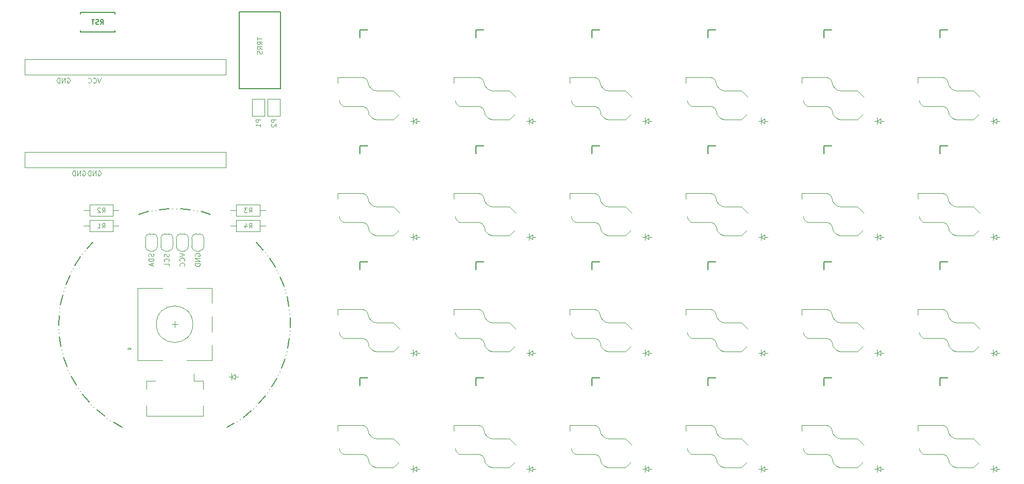
<source format=gbr>
%TF.GenerationSoftware,KiCad,Pcbnew,7.0.5*%
%TF.CreationDate,2025-01-15T14:24:04+08:00*%
%TF.ProjectId,TPS,5450532e-6b69-4636-9164-5f7063625858,rev?*%
%TF.SameCoordinates,Original*%
%TF.FileFunction,Legend,Bot*%
%TF.FilePolarity,Positive*%
%FSLAX46Y46*%
G04 Gerber Fmt 4.6, Leading zero omitted, Abs format (unit mm)*
G04 Created by KiCad (PCBNEW 7.0.5) date 2025-01-15 14:24:04*
%MOMM*%
%LPD*%
G01*
G04 APERTURE LIST*
%ADD10C,0.150000*%
%ADD11C,0.120000*%
%ADD12C,0.100000*%
G04 APERTURE END LIST*
D10*
X57344438Y-62373655D02*
X58933780Y-61932316D01*
X59520367Y-61806277D02*
X59520367Y-61806277D01*
X60110641Y-61698821D02*
X60110641Y-61698821D01*
X60704013Y-61610055D02*
X62346925Y-61462980D01*
X62946629Y-61444940D02*
X62946629Y-61444940D01*
X63546603Y-61445843D02*
X63546603Y-61445843D01*
X64146250Y-61465690D02*
X65788711Y-61617714D01*
X66381813Y-61708267D02*
X66381813Y-61708267D01*
X66971760Y-61817501D02*
X66971760Y-61817501D01*
X67557965Y-61945307D02*
X69091561Y-62373655D01*
X76645738Y-67000688D02*
X77761029Y-68215972D01*
X78139831Y-68681245D02*
X78139831Y-68681245D01*
X78503754Y-69158247D02*
X78503754Y-69158247D01*
X78852434Y-69646501D02*
X79729930Y-71043208D01*
X80018484Y-71569237D02*
X80018484Y-71569237D01*
X80290285Y-72104115D02*
X80290285Y-72104115D01*
X80545063Y-72647308D02*
X81155911Y-74179513D01*
X81344729Y-74749002D02*
X81344729Y-74749002D01*
X81515472Y-75324169D02*
X81515472Y-75324169D01*
X81667970Y-75904440D02*
X81992086Y-77521765D01*
X82074960Y-78115988D02*
X82074960Y-78115988D01*
X82139030Y-78712533D02*
X82139030Y-78712533D01*
X82184234Y-79310802D02*
X82210960Y-80960067D01*
X82185165Y-81559488D02*
X82185165Y-81559488D01*
X82140457Y-82157795D02*
X82140457Y-82157795D01*
X82076880Y-82754392D02*
X81805338Y-84381369D01*
X81671722Y-84966276D02*
X81671722Y-84966276D01*
X81519705Y-85546674D02*
X81519705Y-85546674D01*
X81349439Y-86121982D02*
X80788557Y-87673175D01*
X80551513Y-88224338D02*
X80551513Y-88224338D01*
X80297186Y-88767742D02*
X80297186Y-88767742D01*
X80025827Y-89302844D02*
X79194048Y-90727250D01*
X78861371Y-91226546D02*
X78861371Y-91226546D01*
X78513095Y-91715088D02*
X78513095Y-91715088D01*
X78149567Y-92192391D02*
X77074239Y-93443174D01*
X76656867Y-93874186D02*
X76656867Y-93874186D01*
X76226095Y-94291804D02*
X76226095Y-94291804D01*
X75782351Y-94695613D02*
X74498832Y-95731647D01*
X74010488Y-96080202D02*
X74010488Y-96080202D01*
X73511383Y-96413165D02*
X73511383Y-96413165D01*
X73002014Y-96730203D02*
X71826744Y-97380811D01*
X54609258Y-97380810D02*
X53172632Y-96570319D01*
X52668441Y-96245109D02*
X52668441Y-96245109D01*
X52174770Y-95904142D02*
X52174770Y-95904142D01*
X51692110Y-95547758D02*
X50425463Y-94491162D01*
X49988288Y-94080250D02*
X49988288Y-94080250D01*
X49564306Y-93655740D02*
X49564306Y-93655740D01*
X49153938Y-93218054D02*
X48098918Y-91950094D01*
X47743135Y-91466992D02*
X47743135Y-91466992D01*
X47402782Y-90972897D02*
X47402782Y-90972897D01*
X47078199Y-90468302D02*
X46269496Y-89030669D01*
X46006801Y-88491260D02*
X46006801Y-88491260D01*
X45761269Y-87943826D02*
X45761269Y-87943826D01*
X45533143Y-87388913D02*
X44997347Y-85828877D01*
X44836379Y-85250898D02*
X44836379Y-85250898D01*
X44693741Y-84668125D02*
X44693741Y-84668125D01*
X44569574Y-84081139D02*
X44324302Y-82449995D01*
X44270353Y-81852450D02*
X44270353Y-81852450D01*
X44235299Y-81253500D02*
X44235299Y-81253500D01*
X44219172Y-80653742D02*
X44272489Y-79005122D01*
X44327334Y-78407659D02*
X44327334Y-78407659D01*
X44401016Y-77812226D02*
X44401016Y-77812226D01*
X44493461Y-77219415D02*
X44843614Y-75607528D01*
X45005448Y-75029791D02*
X45005448Y-75029791D01*
X45185444Y-74457452D02*
X45185444Y-74457452D01*
X45383420Y-73891082D02*
X46018896Y-72368925D01*
X46282399Y-71829911D02*
X46282399Y-71829911D01*
X46562790Y-71299486D02*
X46562790Y-71299486D01*
X46859788Y-70778178D02*
X47759692Y-69395802D01*
X48116200Y-68913234D02*
X48116200Y-68913234D01*
X48487767Y-68442162D02*
X48487767Y-68442162D01*
X48874022Y-67983058D02*
X49790263Y-67000687D01*
D11*
%TO.C,R3*%
X75408332Y-62116855D02*
X75674999Y-61735902D01*
X75865475Y-62116855D02*
X75865475Y-61316855D01*
X75865475Y-61316855D02*
X75560713Y-61316855D01*
X75560713Y-61316855D02*
X75484523Y-61354950D01*
X75484523Y-61354950D02*
X75446428Y-61393045D01*
X75446428Y-61393045D02*
X75408332Y-61469236D01*
X75408332Y-61469236D02*
X75408332Y-61583521D01*
X75408332Y-61583521D02*
X75446428Y-61659712D01*
X75446428Y-61659712D02*
X75484523Y-61697807D01*
X75484523Y-61697807D02*
X75560713Y-61735902D01*
X75560713Y-61735902D02*
X75865475Y-61735902D01*
X75141666Y-61316855D02*
X74646428Y-61316855D01*
X74646428Y-61316855D02*
X74913094Y-61621617D01*
X74913094Y-61621617D02*
X74798809Y-61621617D01*
X74798809Y-61621617D02*
X74722618Y-61659712D01*
X74722618Y-61659712D02*
X74684523Y-61697807D01*
X74684523Y-61697807D02*
X74646428Y-61773998D01*
X74646428Y-61773998D02*
X74646428Y-61964474D01*
X74646428Y-61964474D02*
X74684523Y-62040664D01*
X74684523Y-62040664D02*
X74722618Y-62078760D01*
X74722618Y-62078760D02*
X74798809Y-62116855D01*
X74798809Y-62116855D02*
X75027380Y-62116855D01*
X75027380Y-62116855D02*
X75103571Y-62078760D01*
X75103571Y-62078760D02*
X75141666Y-62040664D01*
%TO.C,T1*%
X76777855Y-33313476D02*
X76777855Y-33770619D01*
X77577855Y-33542047D02*
X76777855Y-33542047D01*
X77577855Y-34494429D02*
X77196902Y-34227762D01*
X77577855Y-34037286D02*
X76777855Y-34037286D01*
X76777855Y-34037286D02*
X76777855Y-34342048D01*
X76777855Y-34342048D02*
X76815950Y-34418238D01*
X76815950Y-34418238D02*
X76854045Y-34456333D01*
X76854045Y-34456333D02*
X76930236Y-34494429D01*
X76930236Y-34494429D02*
X77044521Y-34494429D01*
X77044521Y-34494429D02*
X77120712Y-34456333D01*
X77120712Y-34456333D02*
X77158807Y-34418238D01*
X77158807Y-34418238D02*
X77196902Y-34342048D01*
X77196902Y-34342048D02*
X77196902Y-34037286D01*
X77577855Y-35294429D02*
X77196902Y-35027762D01*
X77577855Y-34837286D02*
X76777855Y-34837286D01*
X76777855Y-34837286D02*
X76777855Y-35142048D01*
X76777855Y-35142048D02*
X76815950Y-35218238D01*
X76815950Y-35218238D02*
X76854045Y-35256333D01*
X76854045Y-35256333D02*
X76930236Y-35294429D01*
X76930236Y-35294429D02*
X77044521Y-35294429D01*
X77044521Y-35294429D02*
X77120712Y-35256333D01*
X77120712Y-35256333D02*
X77158807Y-35218238D01*
X77158807Y-35218238D02*
X77196902Y-35142048D01*
X77196902Y-35142048D02*
X77196902Y-34837286D01*
X77539760Y-35599190D02*
X77577855Y-35713476D01*
X77577855Y-35713476D02*
X77577855Y-35903952D01*
X77577855Y-35903952D02*
X77539760Y-35980143D01*
X77539760Y-35980143D02*
X77501664Y-36018238D01*
X77501664Y-36018238D02*
X77425474Y-36056333D01*
X77425474Y-36056333D02*
X77349283Y-36056333D01*
X77349283Y-36056333D02*
X77273093Y-36018238D01*
X77273093Y-36018238D02*
X77234998Y-35980143D01*
X77234998Y-35980143D02*
X77196902Y-35903952D01*
X77196902Y-35903952D02*
X77158807Y-35751571D01*
X77158807Y-35751571D02*
X77120712Y-35675381D01*
X77120712Y-35675381D02*
X77082617Y-35637286D01*
X77082617Y-35637286D02*
X77006426Y-35599190D01*
X77006426Y-35599190D02*
X76930236Y-35599190D01*
X76930236Y-35599190D02*
X76854045Y-35637286D01*
X76854045Y-35637286D02*
X76815950Y-35675381D01*
X76815950Y-35675381D02*
X76777855Y-35751571D01*
X76777855Y-35751571D02*
X76777855Y-35942048D01*
X76777855Y-35942048D02*
X76815950Y-36056333D01*
%TO.C,R1*%
X51294332Y-64656855D02*
X51560999Y-64275902D01*
X51751475Y-64656855D02*
X51751475Y-63856855D01*
X51751475Y-63856855D02*
X51446713Y-63856855D01*
X51446713Y-63856855D02*
X51370523Y-63894950D01*
X51370523Y-63894950D02*
X51332428Y-63933045D01*
X51332428Y-63933045D02*
X51294332Y-64009236D01*
X51294332Y-64009236D02*
X51294332Y-64123521D01*
X51294332Y-64123521D02*
X51332428Y-64199712D01*
X51332428Y-64199712D02*
X51370523Y-64237807D01*
X51370523Y-64237807D02*
X51446713Y-64275902D01*
X51446713Y-64275902D02*
X51751475Y-64275902D01*
X50532428Y-64656855D02*
X50989571Y-64656855D01*
X50760999Y-64656855D02*
X50760999Y-63856855D01*
X50760999Y-63856855D02*
X50837190Y-63971140D01*
X50837190Y-63971140D02*
X50913380Y-64047331D01*
X50913380Y-64047331D02*
X50989571Y-64085426D01*
%TO.C,JP1*%
X77307855Y-46799524D02*
X76507855Y-46799524D01*
X76507855Y-46799524D02*
X76507855Y-47104286D01*
X76507855Y-47104286D02*
X76545950Y-47180476D01*
X76545950Y-47180476D02*
X76584045Y-47218571D01*
X76584045Y-47218571D02*
X76660236Y-47256667D01*
X76660236Y-47256667D02*
X76774521Y-47256667D01*
X76774521Y-47256667D02*
X76850712Y-47218571D01*
X76850712Y-47218571D02*
X76888807Y-47180476D01*
X76888807Y-47180476D02*
X76926902Y-47104286D01*
X76926902Y-47104286D02*
X76926902Y-46799524D01*
X77307855Y-48018571D02*
X77307855Y-47561428D01*
X77307855Y-47790000D02*
X76507855Y-47790000D01*
X76507855Y-47790000D02*
X76622140Y-47713809D01*
X76622140Y-47713809D02*
X76698331Y-47637619D01*
X76698331Y-47637619D02*
X76736426Y-47561428D01*
%TO.C,JP2*%
X79847855Y-46799524D02*
X79047855Y-46799524D01*
X79047855Y-46799524D02*
X79047855Y-47104286D01*
X79047855Y-47104286D02*
X79085950Y-47180476D01*
X79085950Y-47180476D02*
X79124045Y-47218571D01*
X79124045Y-47218571D02*
X79200236Y-47256667D01*
X79200236Y-47256667D02*
X79314521Y-47256667D01*
X79314521Y-47256667D02*
X79390712Y-47218571D01*
X79390712Y-47218571D02*
X79428807Y-47180476D01*
X79428807Y-47180476D02*
X79466902Y-47104286D01*
X79466902Y-47104286D02*
X79466902Y-46799524D01*
X79124045Y-47561428D02*
X79085950Y-47599524D01*
X79085950Y-47599524D02*
X79047855Y-47675714D01*
X79047855Y-47675714D02*
X79047855Y-47866190D01*
X79047855Y-47866190D02*
X79085950Y-47942381D01*
X79085950Y-47942381D02*
X79124045Y-47980476D01*
X79124045Y-47980476D02*
X79200236Y-48018571D01*
X79200236Y-48018571D02*
X79276426Y-48018571D01*
X79276426Y-48018571D02*
X79390712Y-47980476D01*
X79390712Y-47980476D02*
X79847855Y-47523333D01*
X79847855Y-47523333D02*
X79847855Y-48018571D01*
D10*
%TO.C,RST1*%
X51039094Y-31190295D02*
X51305761Y-30809342D01*
X51496237Y-31190295D02*
X51496237Y-30390295D01*
X51496237Y-30390295D02*
X51191475Y-30390295D01*
X51191475Y-30390295D02*
X51115285Y-30428390D01*
X51115285Y-30428390D02*
X51077190Y-30466485D01*
X51077190Y-30466485D02*
X51039094Y-30542676D01*
X51039094Y-30542676D02*
X51039094Y-30656961D01*
X51039094Y-30656961D02*
X51077190Y-30733152D01*
X51077190Y-30733152D02*
X51115285Y-30771247D01*
X51115285Y-30771247D02*
X51191475Y-30809342D01*
X51191475Y-30809342D02*
X51496237Y-30809342D01*
X50734333Y-31152200D02*
X50620047Y-31190295D01*
X50620047Y-31190295D02*
X50429571Y-31190295D01*
X50429571Y-31190295D02*
X50353380Y-31152200D01*
X50353380Y-31152200D02*
X50315285Y-31114104D01*
X50315285Y-31114104D02*
X50277190Y-31037914D01*
X50277190Y-31037914D02*
X50277190Y-30961723D01*
X50277190Y-30961723D02*
X50315285Y-30885533D01*
X50315285Y-30885533D02*
X50353380Y-30847438D01*
X50353380Y-30847438D02*
X50429571Y-30809342D01*
X50429571Y-30809342D02*
X50581952Y-30771247D01*
X50581952Y-30771247D02*
X50658142Y-30733152D01*
X50658142Y-30733152D02*
X50696237Y-30695057D01*
X50696237Y-30695057D02*
X50734333Y-30618866D01*
X50734333Y-30618866D02*
X50734333Y-30542676D01*
X50734333Y-30542676D02*
X50696237Y-30466485D01*
X50696237Y-30466485D02*
X50658142Y-30428390D01*
X50658142Y-30428390D02*
X50581952Y-30390295D01*
X50581952Y-30390295D02*
X50391475Y-30390295D01*
X50391475Y-30390295D02*
X50277190Y-30428390D01*
X50048618Y-30390295D02*
X49591475Y-30390295D01*
X49820047Y-31190295D02*
X49820047Y-30390295D01*
D11*
%TO.C,R4*%
X75408332Y-64656855D02*
X75674999Y-64275902D01*
X75865475Y-64656855D02*
X75865475Y-63856855D01*
X75865475Y-63856855D02*
X75560713Y-63856855D01*
X75560713Y-63856855D02*
X75484523Y-63894950D01*
X75484523Y-63894950D02*
X75446428Y-63933045D01*
X75446428Y-63933045D02*
X75408332Y-64009236D01*
X75408332Y-64009236D02*
X75408332Y-64123521D01*
X75408332Y-64123521D02*
X75446428Y-64199712D01*
X75446428Y-64199712D02*
X75484523Y-64237807D01*
X75484523Y-64237807D02*
X75560713Y-64275902D01*
X75560713Y-64275902D02*
X75865475Y-64275902D01*
X74722618Y-64123521D02*
X74722618Y-64656855D01*
X74913094Y-63818760D02*
X75103571Y-64390188D01*
X75103571Y-64390188D02*
X74608332Y-64390188D01*
%TO.C,J1*%
X66629450Y-69248476D02*
X66591355Y-69172286D01*
X66591355Y-69172286D02*
X66591355Y-69058000D01*
X66591355Y-69058000D02*
X66629450Y-68943714D01*
X66629450Y-68943714D02*
X66705640Y-68867524D01*
X66705640Y-68867524D02*
X66781831Y-68829429D01*
X66781831Y-68829429D02*
X66934212Y-68791333D01*
X66934212Y-68791333D02*
X67048498Y-68791333D01*
X67048498Y-68791333D02*
X67200879Y-68829429D01*
X67200879Y-68829429D02*
X67277069Y-68867524D01*
X67277069Y-68867524D02*
X67353260Y-68943714D01*
X67353260Y-68943714D02*
X67391355Y-69058000D01*
X67391355Y-69058000D02*
X67391355Y-69134191D01*
X67391355Y-69134191D02*
X67353260Y-69248476D01*
X67353260Y-69248476D02*
X67315164Y-69286572D01*
X67315164Y-69286572D02*
X67048498Y-69286572D01*
X67048498Y-69286572D02*
X67048498Y-69134191D01*
X67391355Y-69629429D02*
X66591355Y-69629429D01*
X66591355Y-69629429D02*
X67391355Y-70086572D01*
X67391355Y-70086572D02*
X66591355Y-70086572D01*
X67391355Y-70467524D02*
X66591355Y-70467524D01*
X66591355Y-70467524D02*
X66591355Y-70658000D01*
X66591355Y-70658000D02*
X66629450Y-70772286D01*
X66629450Y-70772286D02*
X66705640Y-70848476D01*
X66705640Y-70848476D02*
X66781831Y-70886571D01*
X66781831Y-70886571D02*
X66934212Y-70924667D01*
X66934212Y-70924667D02*
X67048498Y-70924667D01*
X67048498Y-70924667D02*
X67200879Y-70886571D01*
X67200879Y-70886571D02*
X67277069Y-70848476D01*
X67277069Y-70848476D02*
X67353260Y-70772286D01*
X67353260Y-70772286D02*
X67391355Y-70658000D01*
X67391355Y-70658000D02*
X67391355Y-70467524D01*
X62273260Y-68905618D02*
X62311355Y-69019904D01*
X62311355Y-69019904D02*
X62311355Y-69210380D01*
X62311355Y-69210380D02*
X62273260Y-69286571D01*
X62273260Y-69286571D02*
X62235164Y-69324666D01*
X62235164Y-69324666D02*
X62158974Y-69362761D01*
X62158974Y-69362761D02*
X62082783Y-69362761D01*
X62082783Y-69362761D02*
X62006593Y-69324666D01*
X62006593Y-69324666D02*
X61968498Y-69286571D01*
X61968498Y-69286571D02*
X61930402Y-69210380D01*
X61930402Y-69210380D02*
X61892307Y-69057999D01*
X61892307Y-69057999D02*
X61854212Y-68981809D01*
X61854212Y-68981809D02*
X61816117Y-68943714D01*
X61816117Y-68943714D02*
X61739926Y-68905618D01*
X61739926Y-68905618D02*
X61663736Y-68905618D01*
X61663736Y-68905618D02*
X61587545Y-68943714D01*
X61587545Y-68943714D02*
X61549450Y-68981809D01*
X61549450Y-68981809D02*
X61511355Y-69057999D01*
X61511355Y-69057999D02*
X61511355Y-69248476D01*
X61511355Y-69248476D02*
X61549450Y-69362761D01*
X62235164Y-70162762D02*
X62273260Y-70124666D01*
X62273260Y-70124666D02*
X62311355Y-70010381D01*
X62311355Y-70010381D02*
X62311355Y-69934190D01*
X62311355Y-69934190D02*
X62273260Y-69819904D01*
X62273260Y-69819904D02*
X62197069Y-69743714D01*
X62197069Y-69743714D02*
X62120879Y-69705619D01*
X62120879Y-69705619D02*
X61968498Y-69667523D01*
X61968498Y-69667523D02*
X61854212Y-69667523D01*
X61854212Y-69667523D02*
X61701831Y-69705619D01*
X61701831Y-69705619D02*
X61625640Y-69743714D01*
X61625640Y-69743714D02*
X61549450Y-69819904D01*
X61549450Y-69819904D02*
X61511355Y-69934190D01*
X61511355Y-69934190D02*
X61511355Y-70010381D01*
X61511355Y-70010381D02*
X61549450Y-70124666D01*
X61549450Y-70124666D02*
X61587545Y-70162762D01*
X62311355Y-70886571D02*
X62311355Y-70505619D01*
X62311355Y-70505619D02*
X61511355Y-70505619D01*
X59733260Y-68886571D02*
X59771355Y-69000857D01*
X59771355Y-69000857D02*
X59771355Y-69191333D01*
X59771355Y-69191333D02*
X59733260Y-69267524D01*
X59733260Y-69267524D02*
X59695164Y-69305619D01*
X59695164Y-69305619D02*
X59618974Y-69343714D01*
X59618974Y-69343714D02*
X59542783Y-69343714D01*
X59542783Y-69343714D02*
X59466593Y-69305619D01*
X59466593Y-69305619D02*
X59428498Y-69267524D01*
X59428498Y-69267524D02*
X59390402Y-69191333D01*
X59390402Y-69191333D02*
X59352307Y-69038952D01*
X59352307Y-69038952D02*
X59314212Y-68962762D01*
X59314212Y-68962762D02*
X59276117Y-68924667D01*
X59276117Y-68924667D02*
X59199926Y-68886571D01*
X59199926Y-68886571D02*
X59123736Y-68886571D01*
X59123736Y-68886571D02*
X59047545Y-68924667D01*
X59047545Y-68924667D02*
X59009450Y-68962762D01*
X59009450Y-68962762D02*
X58971355Y-69038952D01*
X58971355Y-69038952D02*
X58971355Y-69229429D01*
X58971355Y-69229429D02*
X59009450Y-69343714D01*
X59771355Y-69686572D02*
X58971355Y-69686572D01*
X58971355Y-69686572D02*
X58971355Y-69877048D01*
X58971355Y-69877048D02*
X59009450Y-69991334D01*
X59009450Y-69991334D02*
X59085640Y-70067524D01*
X59085640Y-70067524D02*
X59161831Y-70105619D01*
X59161831Y-70105619D02*
X59314212Y-70143715D01*
X59314212Y-70143715D02*
X59428498Y-70143715D01*
X59428498Y-70143715D02*
X59580879Y-70105619D01*
X59580879Y-70105619D02*
X59657069Y-70067524D01*
X59657069Y-70067524D02*
X59733260Y-69991334D01*
X59733260Y-69991334D02*
X59771355Y-69877048D01*
X59771355Y-69877048D02*
X59771355Y-69686572D01*
X59542783Y-70448476D02*
X59542783Y-70829429D01*
X59771355Y-70372286D02*
X58971355Y-70638953D01*
X58971355Y-70638953D02*
X59771355Y-70905619D01*
X64051355Y-68791333D02*
X64851355Y-69058000D01*
X64851355Y-69058000D02*
X64051355Y-69324666D01*
X64775164Y-70048476D02*
X64813260Y-70010380D01*
X64813260Y-70010380D02*
X64851355Y-69896095D01*
X64851355Y-69896095D02*
X64851355Y-69819904D01*
X64851355Y-69819904D02*
X64813260Y-69705618D01*
X64813260Y-69705618D02*
X64737069Y-69629428D01*
X64737069Y-69629428D02*
X64660879Y-69591333D01*
X64660879Y-69591333D02*
X64508498Y-69553237D01*
X64508498Y-69553237D02*
X64394212Y-69553237D01*
X64394212Y-69553237D02*
X64241831Y-69591333D01*
X64241831Y-69591333D02*
X64165640Y-69629428D01*
X64165640Y-69629428D02*
X64089450Y-69705618D01*
X64089450Y-69705618D02*
X64051355Y-69819904D01*
X64051355Y-69819904D02*
X64051355Y-69896095D01*
X64051355Y-69896095D02*
X64089450Y-70010380D01*
X64089450Y-70010380D02*
X64127545Y-70048476D01*
X64775164Y-70848476D02*
X64813260Y-70810380D01*
X64813260Y-70810380D02*
X64851355Y-70696095D01*
X64851355Y-70696095D02*
X64851355Y-70619904D01*
X64851355Y-70619904D02*
X64813260Y-70505618D01*
X64813260Y-70505618D02*
X64737069Y-70429428D01*
X64737069Y-70429428D02*
X64660879Y-70391333D01*
X64660879Y-70391333D02*
X64508498Y-70353237D01*
X64508498Y-70353237D02*
X64394212Y-70353237D01*
X64394212Y-70353237D02*
X64241831Y-70391333D01*
X64241831Y-70391333D02*
X64165640Y-70429428D01*
X64165640Y-70429428D02*
X64089450Y-70505618D01*
X64089450Y-70505618D02*
X64051355Y-70619904D01*
X64051355Y-70619904D02*
X64051355Y-70696095D01*
X64051355Y-70696095D02*
X64089450Y-70810380D01*
X64089450Y-70810380D02*
X64127545Y-70848476D01*
%TO.C,R2*%
X51294332Y-62116855D02*
X51560999Y-61735902D01*
X51751475Y-62116855D02*
X51751475Y-61316855D01*
X51751475Y-61316855D02*
X51446713Y-61316855D01*
X51446713Y-61316855D02*
X51370523Y-61354950D01*
X51370523Y-61354950D02*
X51332428Y-61393045D01*
X51332428Y-61393045D02*
X51294332Y-61469236D01*
X51294332Y-61469236D02*
X51294332Y-61583521D01*
X51294332Y-61583521D02*
X51332428Y-61659712D01*
X51332428Y-61659712D02*
X51370523Y-61697807D01*
X51370523Y-61697807D02*
X51446713Y-61735902D01*
X51446713Y-61735902D02*
X51751475Y-61735902D01*
X50989571Y-61393045D02*
X50951475Y-61354950D01*
X50951475Y-61354950D02*
X50875285Y-61316855D01*
X50875285Y-61316855D02*
X50684809Y-61316855D01*
X50684809Y-61316855D02*
X50608618Y-61354950D01*
X50608618Y-61354950D02*
X50570523Y-61393045D01*
X50570523Y-61393045D02*
X50532428Y-61469236D01*
X50532428Y-61469236D02*
X50532428Y-61545426D01*
X50532428Y-61545426D02*
X50570523Y-61659712D01*
X50570523Y-61659712D02*
X51027666Y-62116855D01*
X51027666Y-62116855D02*
X50532428Y-62116855D01*
%TO.C,U1*%
X45570523Y-40037950D02*
X45646713Y-39999855D01*
X45646713Y-39999855D02*
X45760999Y-39999855D01*
X45760999Y-39999855D02*
X45875285Y-40037950D01*
X45875285Y-40037950D02*
X45951475Y-40114140D01*
X45951475Y-40114140D02*
X45989570Y-40190331D01*
X45989570Y-40190331D02*
X46027666Y-40342712D01*
X46027666Y-40342712D02*
X46027666Y-40456998D01*
X46027666Y-40456998D02*
X45989570Y-40609379D01*
X45989570Y-40609379D02*
X45951475Y-40685569D01*
X45951475Y-40685569D02*
X45875285Y-40761760D01*
X45875285Y-40761760D02*
X45760999Y-40799855D01*
X45760999Y-40799855D02*
X45684808Y-40799855D01*
X45684808Y-40799855D02*
X45570523Y-40761760D01*
X45570523Y-40761760D02*
X45532427Y-40723664D01*
X45532427Y-40723664D02*
X45532427Y-40456998D01*
X45532427Y-40456998D02*
X45684808Y-40456998D01*
X45189570Y-40799855D02*
X45189570Y-39999855D01*
X45189570Y-39999855D02*
X44732427Y-40799855D01*
X44732427Y-40799855D02*
X44732427Y-39999855D01*
X44351475Y-40799855D02*
X44351475Y-39999855D01*
X44351475Y-39999855D02*
X44160999Y-39999855D01*
X44160999Y-39999855D02*
X44046713Y-40037950D01*
X44046713Y-40037950D02*
X43970523Y-40114140D01*
X43970523Y-40114140D02*
X43932428Y-40190331D01*
X43932428Y-40190331D02*
X43894332Y-40342712D01*
X43894332Y-40342712D02*
X43894332Y-40456998D01*
X43894332Y-40456998D02*
X43932428Y-40609379D01*
X43932428Y-40609379D02*
X43970523Y-40685569D01*
X43970523Y-40685569D02*
X44046713Y-40761760D01*
X44046713Y-40761760D02*
X44160999Y-40799855D01*
X44160999Y-40799855D02*
X44351475Y-40799855D01*
X50650523Y-55277950D02*
X50726713Y-55239855D01*
X50726713Y-55239855D02*
X50840999Y-55239855D01*
X50840999Y-55239855D02*
X50955285Y-55277950D01*
X50955285Y-55277950D02*
X51031475Y-55354140D01*
X51031475Y-55354140D02*
X51069570Y-55430331D01*
X51069570Y-55430331D02*
X51107666Y-55582712D01*
X51107666Y-55582712D02*
X51107666Y-55696998D01*
X51107666Y-55696998D02*
X51069570Y-55849379D01*
X51069570Y-55849379D02*
X51031475Y-55925569D01*
X51031475Y-55925569D02*
X50955285Y-56001760D01*
X50955285Y-56001760D02*
X50840999Y-56039855D01*
X50840999Y-56039855D02*
X50764808Y-56039855D01*
X50764808Y-56039855D02*
X50650523Y-56001760D01*
X50650523Y-56001760D02*
X50612427Y-55963664D01*
X50612427Y-55963664D02*
X50612427Y-55696998D01*
X50612427Y-55696998D02*
X50764808Y-55696998D01*
X50269570Y-56039855D02*
X50269570Y-55239855D01*
X50269570Y-55239855D02*
X49812427Y-56039855D01*
X49812427Y-56039855D02*
X49812427Y-55239855D01*
X49431475Y-56039855D02*
X49431475Y-55239855D01*
X49431475Y-55239855D02*
X49240999Y-55239855D01*
X49240999Y-55239855D02*
X49126713Y-55277950D01*
X49126713Y-55277950D02*
X49050523Y-55354140D01*
X49050523Y-55354140D02*
X49012428Y-55430331D01*
X49012428Y-55430331D02*
X48974332Y-55582712D01*
X48974332Y-55582712D02*
X48974332Y-55696998D01*
X48974332Y-55696998D02*
X49012428Y-55849379D01*
X49012428Y-55849379D02*
X49050523Y-55925569D01*
X49050523Y-55925569D02*
X49126713Y-56001760D01*
X49126713Y-56001760D02*
X49240999Y-56039855D01*
X49240999Y-56039855D02*
X49431475Y-56039855D01*
X48110523Y-55277950D02*
X48186713Y-55239855D01*
X48186713Y-55239855D02*
X48300999Y-55239855D01*
X48300999Y-55239855D02*
X48415285Y-55277950D01*
X48415285Y-55277950D02*
X48491475Y-55354140D01*
X48491475Y-55354140D02*
X48529570Y-55430331D01*
X48529570Y-55430331D02*
X48567666Y-55582712D01*
X48567666Y-55582712D02*
X48567666Y-55696998D01*
X48567666Y-55696998D02*
X48529570Y-55849379D01*
X48529570Y-55849379D02*
X48491475Y-55925569D01*
X48491475Y-55925569D02*
X48415285Y-56001760D01*
X48415285Y-56001760D02*
X48300999Y-56039855D01*
X48300999Y-56039855D02*
X48224808Y-56039855D01*
X48224808Y-56039855D02*
X48110523Y-56001760D01*
X48110523Y-56001760D02*
X48072427Y-55963664D01*
X48072427Y-55963664D02*
X48072427Y-55696998D01*
X48072427Y-55696998D02*
X48224808Y-55696998D01*
X47729570Y-56039855D02*
X47729570Y-55239855D01*
X47729570Y-55239855D02*
X47272427Y-56039855D01*
X47272427Y-56039855D02*
X47272427Y-55239855D01*
X46891475Y-56039855D02*
X46891475Y-55239855D01*
X46891475Y-55239855D02*
X46700999Y-55239855D01*
X46700999Y-55239855D02*
X46586713Y-55277950D01*
X46586713Y-55277950D02*
X46510523Y-55354140D01*
X46510523Y-55354140D02*
X46472428Y-55430331D01*
X46472428Y-55430331D02*
X46434332Y-55582712D01*
X46434332Y-55582712D02*
X46434332Y-55696998D01*
X46434332Y-55696998D02*
X46472428Y-55849379D01*
X46472428Y-55849379D02*
X46510523Y-55925569D01*
X46510523Y-55925569D02*
X46586713Y-56001760D01*
X46586713Y-56001760D02*
X46700999Y-56039855D01*
X46700999Y-56039855D02*
X46891475Y-56039855D01*
X51107666Y-39999855D02*
X50840999Y-40799855D01*
X50840999Y-40799855D02*
X50574333Y-39999855D01*
X49850523Y-40723664D02*
X49888619Y-40761760D01*
X49888619Y-40761760D02*
X50002904Y-40799855D01*
X50002904Y-40799855D02*
X50079095Y-40799855D01*
X50079095Y-40799855D02*
X50193381Y-40761760D01*
X50193381Y-40761760D02*
X50269571Y-40685569D01*
X50269571Y-40685569D02*
X50307666Y-40609379D01*
X50307666Y-40609379D02*
X50345762Y-40456998D01*
X50345762Y-40456998D02*
X50345762Y-40342712D01*
X50345762Y-40342712D02*
X50307666Y-40190331D01*
X50307666Y-40190331D02*
X50269571Y-40114140D01*
X50269571Y-40114140D02*
X50193381Y-40037950D01*
X50193381Y-40037950D02*
X50079095Y-39999855D01*
X50079095Y-39999855D02*
X50002904Y-39999855D01*
X50002904Y-39999855D02*
X49888619Y-40037950D01*
X49888619Y-40037950D02*
X49850523Y-40076045D01*
X49050523Y-40723664D02*
X49088619Y-40761760D01*
X49088619Y-40761760D02*
X49202904Y-40799855D01*
X49202904Y-40799855D02*
X49279095Y-40799855D01*
X49279095Y-40799855D02*
X49393381Y-40761760D01*
X49393381Y-40761760D02*
X49469571Y-40685569D01*
X49469571Y-40685569D02*
X49507666Y-40609379D01*
X49507666Y-40609379D02*
X49545762Y-40456998D01*
X49545762Y-40456998D02*
X49545762Y-40342712D01*
X49545762Y-40342712D02*
X49507666Y-40190331D01*
X49507666Y-40190331D02*
X49469571Y-40114140D01*
X49469571Y-40114140D02*
X49393381Y-40037950D01*
X49393381Y-40037950D02*
X49279095Y-39999855D01*
X49279095Y-39999855D02*
X49202904Y-39999855D01*
X49202904Y-39999855D02*
X49088619Y-40037950D01*
X49088619Y-40037950D02*
X49050523Y-40076045D01*
D12*
%TO.C,D13*%
X159094567Y-47050499D02*
X159494567Y-47050499D01*
X159494567Y-47050499D02*
X159494567Y-46500499D01*
X159494567Y-47050499D02*
X159494567Y-47600499D01*
X159494567Y-47050499D02*
X160094567Y-47450499D01*
X160094567Y-46650499D02*
X159494567Y-47050499D01*
X160094567Y-47050499D02*
X160594567Y-47050499D01*
X160094567Y-47450499D02*
X160094567Y-46650499D01*
%TO.C,D20*%
X178144400Y-104200000D02*
X178544400Y-104200000D01*
X178544400Y-104200000D02*
X178544400Y-103650000D01*
X178544400Y-104200000D02*
X178544400Y-104750000D01*
X178544400Y-104200000D02*
X179144400Y-104600000D01*
X179144400Y-103800000D02*
X178544400Y-104200000D01*
X179144400Y-104200000D02*
X179644400Y-104200000D01*
X179144400Y-104600000D02*
X179144400Y-103800000D01*
D11*
%TO.C,R3*%
X78145000Y-61753000D02*
X77195000Y-61753000D01*
X77195000Y-62673000D02*
X73355000Y-62673000D01*
X77195000Y-60833000D02*
X77195000Y-62673000D01*
X73355000Y-62673000D02*
X73355000Y-60833000D01*
X73355000Y-60833000D02*
X77195000Y-60833000D01*
X72405000Y-61753000D02*
X73355000Y-61753000D01*
%TO.C,SW16*%
X157216167Y-103084499D02*
X156279167Y-104021499D01*
X156279167Y-104021499D02*
X153532167Y-104021499D01*
X156279167Y-99229499D02*
X157300167Y-100250499D01*
X153632167Y-99229499D02*
X156279167Y-99229499D01*
X153532167Y-104021499D02*
X153129167Y-103941499D01*
X153129167Y-103941499D02*
X152787167Y-103712499D01*
X153070167Y-99124499D02*
X153632167Y-99229499D01*
X152787167Y-103712499D02*
X152254167Y-103179499D01*
X152591167Y-98825499D02*
X153070167Y-99124499D01*
X152254167Y-103179499D02*
X152254167Y-102957499D01*
X152254167Y-102957499D02*
X152167167Y-102519499D01*
X152253167Y-98372499D02*
X152591167Y-98825499D01*
X152167167Y-102519499D02*
X151923167Y-102152499D01*
X152099167Y-97814499D02*
X152253167Y-98372499D01*
X152017167Y-97516499D02*
X152099167Y-97814499D01*
X151923167Y-102152499D02*
X151556167Y-101908499D01*
X151824167Y-97258499D02*
X152017167Y-97516499D01*
X151556167Y-101908499D02*
X151118167Y-101821499D01*
X151550167Y-97088499D02*
X151824167Y-97258499D01*
X151240167Y-97029499D02*
X151550167Y-97088499D01*
X151118167Y-101821499D02*
X148318167Y-101821499D01*
X148318167Y-101821499D02*
X147991167Y-101756499D01*
X147991167Y-101756499D02*
X147708167Y-101567499D01*
X147708167Y-101567499D02*
X147519167Y-101284499D01*
X147519167Y-101284499D02*
X147434167Y-100857499D01*
X147154167Y-97971499D02*
X147154167Y-97029499D01*
X147154167Y-97029499D02*
X151240167Y-97029499D01*
D12*
%TO.C,D1*%
X101944567Y-47050499D02*
X102344567Y-47050499D01*
X102344567Y-47050499D02*
X102344567Y-46500499D01*
X102344567Y-47050499D02*
X102344567Y-47600499D01*
X102344567Y-47050499D02*
X102944567Y-47450499D01*
X102944567Y-46650499D02*
X102344567Y-47050499D01*
X102944567Y-47050499D02*
X103444567Y-47050499D01*
X102944567Y-47450499D02*
X102944567Y-46650499D01*
%TO.C,D18*%
X178144567Y-66100499D02*
X178544567Y-66100499D01*
X178544567Y-66100499D02*
X178544567Y-65550499D01*
X178544567Y-66100499D02*
X178544567Y-66650499D01*
X178544567Y-66100499D02*
X179144567Y-66500499D01*
X179144567Y-65700499D02*
X178544567Y-66100499D01*
X179144567Y-66100499D02*
X179644567Y-66100499D01*
X179144567Y-66500499D02*
X179144567Y-65700499D01*
D11*
%TO.C,SW3*%
X100066167Y-84034499D02*
X99129167Y-84971499D01*
X99129167Y-84971499D02*
X96382167Y-84971499D01*
X99129167Y-80179499D02*
X100150167Y-81200499D01*
X96482167Y-80179499D02*
X99129167Y-80179499D01*
X96382167Y-84971499D02*
X95979167Y-84891499D01*
X95979167Y-84891499D02*
X95637167Y-84662499D01*
X95920167Y-80074499D02*
X96482167Y-80179499D01*
X95637167Y-84662499D02*
X95104167Y-84129499D01*
X95441167Y-79775499D02*
X95920167Y-80074499D01*
X95104167Y-84129499D02*
X95104167Y-83907499D01*
X95104167Y-83907499D02*
X95017167Y-83469499D01*
X95103167Y-79322499D02*
X95441167Y-79775499D01*
X95017167Y-83469499D02*
X94773167Y-83102499D01*
X94949167Y-78764499D02*
X95103167Y-79322499D01*
X94867167Y-78466499D02*
X94949167Y-78764499D01*
X94773167Y-83102499D02*
X94406167Y-82858499D01*
X94674167Y-78208499D02*
X94867167Y-78466499D01*
X94406167Y-82858499D02*
X93968167Y-82771499D01*
X94400167Y-78038499D02*
X94674167Y-78208499D01*
X94090167Y-77979499D02*
X94400167Y-78038499D01*
X93968167Y-82771499D02*
X91168167Y-82771499D01*
X91168167Y-82771499D02*
X90841167Y-82706499D01*
X90841167Y-82706499D02*
X90558167Y-82517499D01*
X90558167Y-82517499D02*
X90369167Y-82234499D01*
X90369167Y-82234499D02*
X90284167Y-81807499D01*
X90004167Y-78921499D02*
X90004167Y-77979499D01*
X90004167Y-77979499D02*
X94090167Y-77979499D01*
%TO.C,SW4*%
X100066167Y-103084499D02*
X99129167Y-104021499D01*
X99129167Y-104021499D02*
X96382167Y-104021499D01*
X99129167Y-99229499D02*
X100150167Y-100250499D01*
X96482167Y-99229499D02*
X99129167Y-99229499D01*
X96382167Y-104021499D02*
X95979167Y-103941499D01*
X95979167Y-103941499D02*
X95637167Y-103712499D01*
X95920167Y-99124499D02*
X96482167Y-99229499D01*
X95637167Y-103712499D02*
X95104167Y-103179499D01*
X95441167Y-98825499D02*
X95920167Y-99124499D01*
X95104167Y-103179499D02*
X95104167Y-102957499D01*
X95104167Y-102957499D02*
X95017167Y-102519499D01*
X95103167Y-98372499D02*
X95441167Y-98825499D01*
X95017167Y-102519499D02*
X94773167Y-102152499D01*
X94949167Y-97814499D02*
X95103167Y-98372499D01*
X94867167Y-97516499D02*
X94949167Y-97814499D01*
X94773167Y-102152499D02*
X94406167Y-101908499D01*
X94674167Y-97258499D02*
X94867167Y-97516499D01*
X94406167Y-101908499D02*
X93968167Y-101821499D01*
X94400167Y-97088499D02*
X94674167Y-97258499D01*
X94090167Y-97029499D02*
X94400167Y-97088499D01*
X93968167Y-101821499D02*
X91168167Y-101821499D01*
X91168167Y-101821499D02*
X90841167Y-101756499D01*
X90841167Y-101756499D02*
X90558167Y-101567499D01*
X90558167Y-101567499D02*
X90369167Y-101284499D01*
X90369167Y-101284499D02*
X90284167Y-100857499D01*
X90004167Y-97971499D02*
X90004167Y-97029499D01*
X90004167Y-97029499D02*
X94090167Y-97029499D01*
D12*
%TO.C,D22*%
X197194567Y-66100499D02*
X197594567Y-66100499D01*
X197594567Y-66100499D02*
X197594567Y-65550499D01*
X197594567Y-66100499D02*
X197594567Y-66650499D01*
X197594567Y-66100499D02*
X198194567Y-66500499D01*
X198194567Y-65700499D02*
X197594567Y-66100499D01*
X198194567Y-66100499D02*
X198694567Y-66100499D01*
X198194567Y-66500499D02*
X198194567Y-65700499D01*
D11*
%TO.C,SW1*%
X100066167Y-45934499D02*
X99129167Y-46871499D01*
X99129167Y-46871499D02*
X96382167Y-46871499D01*
X99129167Y-42079499D02*
X100150167Y-43100499D01*
X96482167Y-42079499D02*
X99129167Y-42079499D01*
X96382167Y-46871499D02*
X95979167Y-46791499D01*
X95979167Y-46791499D02*
X95637167Y-46562499D01*
X95920167Y-41974499D02*
X96482167Y-42079499D01*
X95637167Y-46562499D02*
X95104167Y-46029499D01*
X95441167Y-41675499D02*
X95920167Y-41974499D01*
X95104167Y-46029499D02*
X95104167Y-45807499D01*
X95104167Y-45807499D02*
X95017167Y-45369499D01*
X95103167Y-41222499D02*
X95441167Y-41675499D01*
X95017167Y-45369499D02*
X94773167Y-45002499D01*
X94949167Y-40664499D02*
X95103167Y-41222499D01*
X94867167Y-40366499D02*
X94949167Y-40664499D01*
X94773167Y-45002499D02*
X94406167Y-44758499D01*
X94674167Y-40108499D02*
X94867167Y-40366499D01*
X94406167Y-44758499D02*
X93968167Y-44671499D01*
X94400167Y-39938499D02*
X94674167Y-40108499D01*
X94090167Y-39879499D02*
X94400167Y-39938499D01*
X93968167Y-44671499D02*
X91168167Y-44671499D01*
X91168167Y-44671499D02*
X90841167Y-44606499D01*
X90841167Y-44606499D02*
X90558167Y-44417499D01*
X90558167Y-44417499D02*
X90369167Y-44134499D01*
X90369167Y-44134499D02*
X90284167Y-43707499D01*
X90004167Y-40821499D02*
X90004167Y-39879499D01*
X90004167Y-39879499D02*
X94090167Y-39879499D01*
D12*
%TO.C,D6*%
X120994567Y-66100499D02*
X121394567Y-66100499D01*
X121394567Y-66100499D02*
X121394567Y-65550499D01*
X121394567Y-66100499D02*
X121394567Y-66650499D01*
X121394567Y-66100499D02*
X121994567Y-66500499D01*
X121994567Y-65700499D02*
X121394567Y-66100499D01*
X121994567Y-66100499D02*
X122494567Y-66100499D01*
X121994567Y-66500499D02*
X121994567Y-65700499D01*
D11*
%TO.C,SW7*%
X119116168Y-84034498D02*
X118179168Y-84971498D01*
X118179168Y-84971498D02*
X115432168Y-84971498D01*
X118179168Y-80179498D02*
X119200168Y-81200498D01*
X115532168Y-80179498D02*
X118179168Y-80179498D01*
X115432168Y-84971498D02*
X115029168Y-84891498D01*
X115029168Y-84891498D02*
X114687168Y-84662498D01*
X114970168Y-80074498D02*
X115532168Y-80179498D01*
X114687168Y-84662498D02*
X114154168Y-84129498D01*
X114491168Y-79775498D02*
X114970168Y-80074498D01*
X114154168Y-84129498D02*
X114154168Y-83907498D01*
X114154168Y-83907498D02*
X114067168Y-83469498D01*
X114153168Y-79322498D02*
X114491168Y-79775498D01*
X114067168Y-83469498D02*
X113823168Y-83102498D01*
X113999168Y-78764498D02*
X114153168Y-79322498D01*
X113917168Y-78466498D02*
X113999168Y-78764498D01*
X113823168Y-83102498D02*
X113456168Y-82858498D01*
X113724168Y-78208498D02*
X113917168Y-78466498D01*
X113456168Y-82858498D02*
X113018168Y-82771498D01*
X113450168Y-78038498D02*
X113724168Y-78208498D01*
X113140168Y-77979498D02*
X113450168Y-78038498D01*
X113018168Y-82771498D02*
X110218168Y-82771498D01*
X110218168Y-82771498D02*
X109891168Y-82706498D01*
X109891168Y-82706498D02*
X109608168Y-82517498D01*
X109608168Y-82517498D02*
X109419168Y-82234498D01*
X109419168Y-82234498D02*
X109334168Y-81807498D01*
X109054168Y-78921498D02*
X109054168Y-77979498D01*
X109054168Y-77979498D02*
X113140168Y-77979498D01*
D10*
%TO.C,T1*%
X73835800Y-29150000D02*
X73835800Y-41723000D01*
X73835800Y-41723000D02*
X80592200Y-41723000D01*
X80592200Y-29150000D02*
X73835800Y-29150000D01*
X80592200Y-29150000D02*
X80592200Y-41723000D01*
D11*
%TO.C,SW9*%
X138166167Y-45934499D02*
X137229167Y-46871499D01*
X137229167Y-46871499D02*
X134482167Y-46871499D01*
X137229167Y-42079499D02*
X138250167Y-43100499D01*
X134582167Y-42079499D02*
X137229167Y-42079499D01*
X134482167Y-46871499D02*
X134079167Y-46791499D01*
X134079167Y-46791499D02*
X133737167Y-46562499D01*
X134020167Y-41974499D02*
X134582167Y-42079499D01*
X133737167Y-46562499D02*
X133204167Y-46029499D01*
X133541167Y-41675499D02*
X134020167Y-41974499D01*
X133204167Y-46029499D02*
X133204167Y-45807499D01*
X133204167Y-45807499D02*
X133117167Y-45369499D01*
X133203167Y-41222499D02*
X133541167Y-41675499D01*
X133117167Y-45369499D02*
X132873167Y-45002499D01*
X133049167Y-40664499D02*
X133203167Y-41222499D01*
X132967167Y-40366499D02*
X133049167Y-40664499D01*
X132873167Y-45002499D02*
X132506167Y-44758499D01*
X132774167Y-40108499D02*
X132967167Y-40366499D01*
X132506167Y-44758499D02*
X132068167Y-44671499D01*
X132500167Y-39938499D02*
X132774167Y-40108499D01*
X132190167Y-39879499D02*
X132500167Y-39938499D01*
X132068167Y-44671499D02*
X129268167Y-44671499D01*
X129268167Y-44671499D02*
X128941167Y-44606499D01*
X128941167Y-44606499D02*
X128658167Y-44417499D01*
X128658167Y-44417499D02*
X128469167Y-44134499D01*
X128469167Y-44134499D02*
X128384167Y-43707499D01*
X128104167Y-40821499D02*
X128104167Y-39879499D01*
X128104167Y-39879499D02*
X132190167Y-39879499D01*
D12*
%TO.C,D2*%
X101944567Y-66100499D02*
X102344567Y-66100499D01*
X102344567Y-66100499D02*
X102344567Y-65550499D01*
X102344567Y-66100499D02*
X102344567Y-66650499D01*
X102344567Y-66100499D02*
X102944567Y-66500499D01*
X102944567Y-65700499D02*
X102344567Y-66100499D01*
X102944567Y-66100499D02*
X103444567Y-66100499D01*
X102944567Y-66500499D02*
X102944567Y-65700499D01*
%TO.C,D7*%
X120994568Y-85150498D02*
X121394568Y-85150498D01*
X121394568Y-85150498D02*
X121394568Y-84600498D01*
X121394568Y-85150498D02*
X121394568Y-85700498D01*
X121394568Y-85150498D02*
X121994568Y-85550498D01*
X121994568Y-84750498D02*
X121394568Y-85150498D01*
X121994568Y-85150498D02*
X122494568Y-85150498D01*
X121994568Y-85550498D02*
X121994568Y-84750498D01*
D11*
%TO.C,SW17*%
X176266167Y-45934499D02*
X175329167Y-46871499D01*
X175329167Y-46871499D02*
X172582167Y-46871499D01*
X175329167Y-42079499D02*
X176350167Y-43100499D01*
X172682167Y-42079499D02*
X175329167Y-42079499D01*
X172582167Y-46871499D02*
X172179167Y-46791499D01*
X172179167Y-46791499D02*
X171837167Y-46562499D01*
X172120167Y-41974499D02*
X172682167Y-42079499D01*
X171837167Y-46562499D02*
X171304167Y-46029499D01*
X171641167Y-41675499D02*
X172120167Y-41974499D01*
X171304167Y-46029499D02*
X171304167Y-45807499D01*
X171304167Y-45807499D02*
X171217167Y-45369499D01*
X171303167Y-41222499D02*
X171641167Y-41675499D01*
X171217167Y-45369499D02*
X170973167Y-45002499D01*
X171149167Y-40664499D02*
X171303167Y-41222499D01*
X171067167Y-40366499D02*
X171149167Y-40664499D01*
X170973167Y-45002499D02*
X170606167Y-44758499D01*
X170874167Y-40108499D02*
X171067167Y-40366499D01*
X170606167Y-44758499D02*
X170168167Y-44671499D01*
X170600167Y-39938499D02*
X170874167Y-40108499D01*
X170290167Y-39879499D02*
X170600167Y-39938499D01*
X170168167Y-44671499D02*
X167368167Y-44671499D01*
X167368167Y-44671499D02*
X167041167Y-44606499D01*
X167041167Y-44606499D02*
X166758167Y-44417499D01*
X166758167Y-44417499D02*
X166569167Y-44134499D01*
X166569167Y-44134499D02*
X166484167Y-43707499D01*
X166204167Y-40821499D02*
X166204167Y-39879499D01*
X166204167Y-39879499D02*
X170290167Y-39879499D01*
%TO.C,SW22*%
X195316167Y-64984499D02*
X194379167Y-65921499D01*
X194379167Y-65921499D02*
X191632167Y-65921499D01*
X194379167Y-61129499D02*
X195400167Y-62150499D01*
X191732167Y-61129499D02*
X194379167Y-61129499D01*
X191632167Y-65921499D02*
X191229167Y-65841499D01*
X191229167Y-65841499D02*
X190887167Y-65612499D01*
X191170167Y-61024499D02*
X191732167Y-61129499D01*
X190887167Y-65612499D02*
X190354167Y-65079499D01*
X190691167Y-60725499D02*
X191170167Y-61024499D01*
X190354167Y-65079499D02*
X190354167Y-64857499D01*
X190354167Y-64857499D02*
X190267167Y-64419499D01*
X190353167Y-60272499D02*
X190691167Y-60725499D01*
X190267167Y-64419499D02*
X190023167Y-64052499D01*
X190199167Y-59714499D02*
X190353167Y-60272499D01*
X190117167Y-59416499D02*
X190199167Y-59714499D01*
X190023167Y-64052499D02*
X189656167Y-63808499D01*
X189924167Y-59158499D02*
X190117167Y-59416499D01*
X189656167Y-63808499D02*
X189218167Y-63721499D01*
X189650167Y-58988499D02*
X189924167Y-59158499D01*
X189340167Y-58929499D02*
X189650167Y-58988499D01*
X189218167Y-63721499D02*
X186418167Y-63721499D01*
X186418167Y-63721499D02*
X186091167Y-63656499D01*
X186091167Y-63656499D02*
X185808167Y-63467499D01*
X185808167Y-63467499D02*
X185619167Y-63184499D01*
X185619167Y-63184499D02*
X185534167Y-62757499D01*
X185254167Y-59871499D02*
X185254167Y-58929499D01*
X185254167Y-58929499D02*
X189340167Y-58929499D01*
%TO.C,SW21*%
X195316167Y-45934499D02*
X194379167Y-46871499D01*
X194379167Y-46871499D02*
X191632167Y-46871499D01*
X194379167Y-42079499D02*
X195400167Y-43100499D01*
X191732167Y-42079499D02*
X194379167Y-42079499D01*
X191632167Y-46871499D02*
X191229167Y-46791499D01*
X191229167Y-46791499D02*
X190887167Y-46562499D01*
X191170167Y-41974499D02*
X191732167Y-42079499D01*
X190887167Y-46562499D02*
X190354167Y-46029499D01*
X190691167Y-41675499D02*
X191170167Y-41974499D01*
X190354167Y-46029499D02*
X190354167Y-45807499D01*
X190354167Y-45807499D02*
X190267167Y-45369499D01*
X190353167Y-41222499D02*
X190691167Y-41675499D01*
X190267167Y-45369499D02*
X190023167Y-45002499D01*
X190199167Y-40664499D02*
X190353167Y-41222499D01*
X190117167Y-40366499D02*
X190199167Y-40664499D01*
X190023167Y-45002499D02*
X189656167Y-44758499D01*
X189924167Y-40108499D02*
X190117167Y-40366499D01*
X189656167Y-44758499D02*
X189218167Y-44671499D01*
X189650167Y-39938499D02*
X189924167Y-40108499D01*
X189340167Y-39879499D02*
X189650167Y-39938499D01*
X189218167Y-44671499D02*
X186418167Y-44671499D01*
X186418167Y-44671499D02*
X186091167Y-44606499D01*
X186091167Y-44606499D02*
X185808167Y-44417499D01*
X185808167Y-44417499D02*
X185619167Y-44134499D01*
X185619167Y-44134499D02*
X185534167Y-43707499D01*
X185254167Y-40821499D02*
X185254167Y-39879499D01*
X185254167Y-39879499D02*
X189340167Y-39879499D01*
D12*
%TO.C,D19*%
X178144567Y-85150499D02*
X178544567Y-85150499D01*
X178544567Y-85150499D02*
X178544567Y-84600499D01*
X178544567Y-85150499D02*
X178544567Y-85700499D01*
X178544567Y-85150499D02*
X179144567Y-85550499D01*
X179144567Y-84750499D02*
X178544567Y-85150499D01*
X179144567Y-85150499D02*
X179644567Y-85150499D01*
X179144567Y-85550499D02*
X179144567Y-84750499D01*
D11*
%TO.C,SW23*%
X195316167Y-84034499D02*
X194379167Y-84971499D01*
X194379167Y-84971499D02*
X191632167Y-84971499D01*
X194379167Y-80179499D02*
X195400167Y-81200499D01*
X191732167Y-80179499D02*
X194379167Y-80179499D01*
X191632167Y-84971499D02*
X191229167Y-84891499D01*
X191229167Y-84891499D02*
X190887167Y-84662499D01*
X191170167Y-80074499D02*
X191732167Y-80179499D01*
X190887167Y-84662499D02*
X190354167Y-84129499D01*
X190691167Y-79775499D02*
X191170167Y-80074499D01*
X190354167Y-84129499D02*
X190354167Y-83907499D01*
X190354167Y-83907499D02*
X190267167Y-83469499D01*
X190353167Y-79322499D02*
X190691167Y-79775499D01*
X190267167Y-83469499D02*
X190023167Y-83102499D01*
X190199167Y-78764499D02*
X190353167Y-79322499D01*
X190117167Y-78466499D02*
X190199167Y-78764499D01*
X190023167Y-83102499D02*
X189656167Y-82858499D01*
X189924167Y-78208499D02*
X190117167Y-78466499D01*
X189656167Y-82858499D02*
X189218167Y-82771499D01*
X189650167Y-78038499D02*
X189924167Y-78208499D01*
X189340167Y-77979499D02*
X189650167Y-78038499D01*
X189218167Y-82771499D02*
X186418167Y-82771499D01*
X186418167Y-82771499D02*
X186091167Y-82706499D01*
X186091167Y-82706499D02*
X185808167Y-82517499D01*
X185808167Y-82517499D02*
X185619167Y-82234499D01*
X185619167Y-82234499D02*
X185534167Y-81807499D01*
X185254167Y-78921499D02*
X185254167Y-77979499D01*
X185254167Y-77979499D02*
X189340167Y-77979499D01*
D12*
%TO.C,D12*%
X140044567Y-104200499D02*
X140444567Y-104200499D01*
X140444567Y-104200499D02*
X140444567Y-103650499D01*
X140444567Y-104200499D02*
X140444567Y-104750499D01*
X140444567Y-104200499D02*
X141044567Y-104600499D01*
X141044567Y-103800499D02*
X140444567Y-104200499D01*
X141044567Y-104200499D02*
X141544567Y-104200499D01*
X141044567Y-104600499D02*
X141044567Y-103800499D01*
%TO.C,D25*%
X72165400Y-89075000D02*
X72565400Y-89075000D01*
X72565400Y-89075000D02*
X72565400Y-88525000D01*
X72565400Y-89075000D02*
X72565400Y-89625000D01*
X72565400Y-89075000D02*
X73165400Y-89475000D01*
X73165400Y-88675000D02*
X72565400Y-89075000D01*
X73165400Y-89075000D02*
X73665400Y-89075000D01*
X73165400Y-89475000D02*
X73165400Y-88675000D01*
D11*
%TO.C,SW18*%
X176266167Y-64984499D02*
X175329167Y-65921499D01*
X175329167Y-65921499D02*
X172582167Y-65921499D01*
X175329167Y-61129499D02*
X176350167Y-62150499D01*
X172682167Y-61129499D02*
X175329167Y-61129499D01*
X172582167Y-65921499D02*
X172179167Y-65841499D01*
X172179167Y-65841499D02*
X171837167Y-65612499D01*
X172120167Y-61024499D02*
X172682167Y-61129499D01*
X171837167Y-65612499D02*
X171304167Y-65079499D01*
X171641167Y-60725499D02*
X172120167Y-61024499D01*
X171304167Y-65079499D02*
X171304167Y-64857499D01*
X171304167Y-64857499D02*
X171217167Y-64419499D01*
X171303167Y-60272499D02*
X171641167Y-60725499D01*
X171217167Y-64419499D02*
X170973167Y-64052499D01*
X171149167Y-59714499D02*
X171303167Y-60272499D01*
X171067167Y-59416499D02*
X171149167Y-59714499D01*
X170973167Y-64052499D02*
X170606167Y-63808499D01*
X170874167Y-59158499D02*
X171067167Y-59416499D01*
X170606167Y-63808499D02*
X170168167Y-63721499D01*
X170600167Y-58988499D02*
X170874167Y-59158499D01*
X170290167Y-58929499D02*
X170600167Y-58988499D01*
X170168167Y-63721499D02*
X167368167Y-63721499D01*
X167368167Y-63721499D02*
X167041167Y-63656499D01*
X167041167Y-63656499D02*
X166758167Y-63467499D01*
X166758167Y-63467499D02*
X166569167Y-63184499D01*
X166569167Y-63184499D02*
X166484167Y-62757499D01*
X166204167Y-59871499D02*
X166204167Y-58929499D01*
X166204167Y-58929499D02*
X170290167Y-58929499D01*
D12*
%TO.C,D4*%
X101944567Y-104200499D02*
X102344567Y-104200499D01*
X102344567Y-104200499D02*
X102344567Y-103650499D01*
X102344567Y-104200499D02*
X102344567Y-104750499D01*
X102344567Y-104200499D02*
X102944567Y-104600499D01*
X102944567Y-103800499D02*
X102344567Y-104200499D01*
X102944567Y-104200499D02*
X103444567Y-104200499D01*
X102944567Y-104600499D02*
X102944567Y-103800499D01*
%TO.C,D14*%
X159094567Y-66100499D02*
X159494567Y-66100499D01*
X159494567Y-66100499D02*
X159494567Y-65550499D01*
X159494567Y-66100499D02*
X159494567Y-66650499D01*
X159494567Y-66100499D02*
X160094567Y-66500499D01*
X160094567Y-65700499D02*
X159494567Y-66100499D01*
X160094567Y-66100499D02*
X160594567Y-66100499D01*
X160094567Y-66500499D02*
X160094567Y-65700499D01*
%TO.C,D11*%
X140044567Y-85150499D02*
X140444567Y-85150499D01*
X140444567Y-85150499D02*
X140444567Y-84600499D01*
X140444567Y-85150499D02*
X140444567Y-85700499D01*
X140444567Y-85150499D02*
X141044567Y-85550499D01*
X141044567Y-84750499D02*
X140444567Y-85150499D01*
X141044567Y-85150499D02*
X141544567Y-85150499D01*
X141044567Y-85550499D02*
X141044567Y-84750499D01*
%TO.C,D10*%
X140044567Y-66100499D02*
X140444567Y-66100499D01*
X140444567Y-66100499D02*
X140444567Y-65550499D01*
X140444567Y-66100499D02*
X140444567Y-66650499D01*
X140444567Y-66100499D02*
X141044567Y-66500499D01*
X141044567Y-65700499D02*
X140444567Y-66100499D01*
X141044567Y-66100499D02*
X141544567Y-66100499D01*
X141044567Y-66500499D02*
X141044567Y-65700499D01*
D11*
%TO.C,SW25*%
X55418000Y-84543000D02*
X56018000Y-84543000D01*
X55718000Y-84243000D02*
X55418000Y-84543000D01*
X56018000Y-84543000D02*
X55718000Y-84243000D01*
X57118000Y-86343000D02*
X57118000Y-74543000D01*
X61218000Y-74543000D02*
X57118000Y-74543000D01*
X61218000Y-86343000D02*
X57118000Y-86343000D01*
X63218000Y-79943000D02*
X63218000Y-80943000D01*
X63718000Y-80443000D02*
X62718000Y-80443000D01*
X65218000Y-86343000D02*
X69318000Y-86343000D01*
X69318000Y-74543000D02*
X65218000Y-74543000D01*
X69318000Y-76943000D02*
X69318000Y-74543000D01*
X69318000Y-81743000D02*
X69318000Y-79143000D01*
X69318000Y-86343000D02*
X69318000Y-83943000D01*
X66218000Y-80443000D02*
G75*
G03*
X66218000Y-80443000I-3000000J0D01*
G01*
%TO.C,SW13*%
X157216167Y-45934499D02*
X156279167Y-46871499D01*
X156279167Y-46871499D02*
X153532167Y-46871499D01*
X156279167Y-42079499D02*
X157300167Y-43100499D01*
X153632167Y-42079499D02*
X156279167Y-42079499D01*
X153532167Y-46871499D02*
X153129167Y-46791499D01*
X153129167Y-46791499D02*
X152787167Y-46562499D01*
X153070167Y-41974499D02*
X153632167Y-42079499D01*
X152787167Y-46562499D02*
X152254167Y-46029499D01*
X152591167Y-41675499D02*
X153070167Y-41974499D01*
X152254167Y-46029499D02*
X152254167Y-45807499D01*
X152254167Y-45807499D02*
X152167167Y-45369499D01*
X152253167Y-41222499D02*
X152591167Y-41675499D01*
X152167167Y-45369499D02*
X151923167Y-45002499D01*
X152099167Y-40664499D02*
X152253167Y-41222499D01*
X152017167Y-40366499D02*
X152099167Y-40664499D01*
X151923167Y-45002499D02*
X151556167Y-44758499D01*
X151824167Y-40108499D02*
X152017167Y-40366499D01*
X151556167Y-44758499D02*
X151118167Y-44671499D01*
X151550167Y-39938499D02*
X151824167Y-40108499D01*
X151240167Y-39879499D02*
X151550167Y-39938499D01*
X151118167Y-44671499D02*
X148318167Y-44671499D01*
X148318167Y-44671499D02*
X147991167Y-44606499D01*
X147991167Y-44606499D02*
X147708167Y-44417499D01*
X147708167Y-44417499D02*
X147519167Y-44134499D01*
X147519167Y-44134499D02*
X147434167Y-43707499D01*
X147154167Y-40821499D02*
X147154167Y-39879499D01*
X147154167Y-39879499D02*
X151240167Y-39879499D01*
%TO.C,R1*%
X48291000Y-64293000D02*
X49241000Y-64293000D01*
X49241000Y-63373000D02*
X53081000Y-63373000D01*
X49241000Y-65213000D02*
X49241000Y-63373000D01*
X53081000Y-63373000D02*
X53081000Y-65213000D01*
X53081000Y-65213000D02*
X49241000Y-65213000D01*
X54031000Y-64293000D02*
X53081000Y-64293000D01*
%TO.C,SW12*%
X138166167Y-103084499D02*
X137229167Y-104021499D01*
X137229167Y-104021499D02*
X134482167Y-104021499D01*
X137229167Y-99229499D02*
X138250167Y-100250499D01*
X134582167Y-99229499D02*
X137229167Y-99229499D01*
X134482167Y-104021499D02*
X134079167Y-103941499D01*
X134079167Y-103941499D02*
X133737167Y-103712499D01*
X134020167Y-99124499D02*
X134582167Y-99229499D01*
X133737167Y-103712499D02*
X133204167Y-103179499D01*
X133541167Y-98825499D02*
X134020167Y-99124499D01*
X133204167Y-103179499D02*
X133204167Y-102957499D01*
X133204167Y-102957499D02*
X133117167Y-102519499D01*
X133203167Y-98372499D02*
X133541167Y-98825499D01*
X133117167Y-102519499D02*
X132873167Y-102152499D01*
X133049167Y-97814499D02*
X133203167Y-98372499D01*
X132967167Y-97516499D02*
X133049167Y-97814499D01*
X132873167Y-102152499D02*
X132506167Y-101908499D01*
X132774167Y-97258499D02*
X132967167Y-97516499D01*
X132506167Y-101908499D02*
X132068167Y-101821499D01*
X132500167Y-97088499D02*
X132774167Y-97258499D01*
X132190167Y-97029499D02*
X132500167Y-97088499D01*
X132068167Y-101821499D02*
X129268167Y-101821499D01*
X129268167Y-101821499D02*
X128941167Y-101756499D01*
X128941167Y-101756499D02*
X128658167Y-101567499D01*
X128658167Y-101567499D02*
X128469167Y-101284499D01*
X128469167Y-101284499D02*
X128384167Y-100857499D01*
X128104167Y-97971499D02*
X128104167Y-97029499D01*
X128104167Y-97029499D02*
X132190167Y-97029499D01*
D12*
%TO.C,D16*%
X159094567Y-104200499D02*
X159494567Y-104200499D01*
X159494567Y-104200499D02*
X159494567Y-103650499D01*
X159494567Y-104200499D02*
X159494567Y-104750499D01*
X159494567Y-104200499D02*
X160094567Y-104600499D01*
X160094567Y-103800499D02*
X159494567Y-104200499D01*
X160094567Y-104200499D02*
X160594567Y-104200499D01*
X160094567Y-104600499D02*
X160094567Y-103800499D01*
%TO.C,D17*%
X178144567Y-47050499D02*
X178544567Y-47050499D01*
X178544567Y-47050499D02*
X178544567Y-46500499D01*
X178544567Y-47050499D02*
X178544567Y-47600499D01*
X178544567Y-47050499D02*
X179144567Y-47450499D01*
X179144567Y-46650499D02*
X178544567Y-47050499D01*
X179144567Y-47050499D02*
X179644567Y-47050499D01*
X179144567Y-47450499D02*
X179144567Y-46650499D01*
D10*
%TO.C,RST1*%
X47751000Y-29228000D02*
X47751000Y-29478000D01*
X47751000Y-32428000D02*
X47751000Y-32178000D01*
X53451000Y-29228000D02*
X47751000Y-29228000D01*
X53451000Y-29228000D02*
X53451000Y-29478000D01*
X53451000Y-32428000D02*
X47751000Y-32428000D01*
X53451000Y-32428000D02*
X53451000Y-32178000D01*
D11*
%TO.C,SW14*%
X157216167Y-64984499D02*
X156279167Y-65921499D01*
X156279167Y-65921499D02*
X153532167Y-65921499D01*
X156279167Y-61129499D02*
X157300167Y-62150499D01*
X153632167Y-61129499D02*
X156279167Y-61129499D01*
X153532167Y-65921499D02*
X153129167Y-65841499D01*
X153129167Y-65841499D02*
X152787167Y-65612499D01*
X153070167Y-61024499D02*
X153632167Y-61129499D01*
X152787167Y-65612499D02*
X152254167Y-65079499D01*
X152591167Y-60725499D02*
X153070167Y-61024499D01*
X152254167Y-65079499D02*
X152254167Y-64857499D01*
X152254167Y-64857499D02*
X152167167Y-64419499D01*
X152253167Y-60272499D02*
X152591167Y-60725499D01*
X152167167Y-64419499D02*
X151923167Y-64052499D01*
X152099167Y-59714499D02*
X152253167Y-60272499D01*
X152017167Y-59416499D02*
X152099167Y-59714499D01*
X151923167Y-64052499D02*
X151556167Y-63808499D01*
X151824167Y-59158499D02*
X152017167Y-59416499D01*
X151556167Y-63808499D02*
X151118167Y-63721499D01*
X151550167Y-58988499D02*
X151824167Y-59158499D01*
X151240167Y-58929499D02*
X151550167Y-58988499D01*
X151118167Y-63721499D02*
X148318167Y-63721499D01*
X148318167Y-63721499D02*
X147991167Y-63656499D01*
X147991167Y-63656499D02*
X147708167Y-63467499D01*
X147708167Y-63467499D02*
X147519167Y-63184499D01*
X147519167Y-63184499D02*
X147434167Y-62757499D01*
X147154167Y-59871499D02*
X147154167Y-58929499D01*
X147154167Y-58929499D02*
X151240167Y-58929499D01*
D12*
%TO.C,D3*%
X101944567Y-85150499D02*
X102344567Y-85150499D01*
X102344567Y-85150499D02*
X102344567Y-84600499D01*
X102344567Y-85150499D02*
X102344567Y-85700499D01*
X102344567Y-85150499D02*
X102944567Y-85550499D01*
X102944567Y-84750499D02*
X102344567Y-85150499D01*
X102944567Y-85150499D02*
X103444567Y-85150499D01*
X102944567Y-85550499D02*
X102944567Y-84750499D01*
D11*
%TO.C,SW5*%
X119116167Y-45934499D02*
X118179167Y-46871499D01*
X118179167Y-46871499D02*
X115432167Y-46871499D01*
X118179167Y-42079499D02*
X119200167Y-43100499D01*
X115532167Y-42079499D02*
X118179167Y-42079499D01*
X115432167Y-46871499D02*
X115029167Y-46791499D01*
X115029167Y-46791499D02*
X114687167Y-46562499D01*
X114970167Y-41974499D02*
X115532167Y-42079499D01*
X114687167Y-46562499D02*
X114154167Y-46029499D01*
X114491167Y-41675499D02*
X114970167Y-41974499D01*
X114154167Y-46029499D02*
X114154167Y-45807499D01*
X114154167Y-45807499D02*
X114067167Y-45369499D01*
X114153167Y-41222499D02*
X114491167Y-41675499D01*
X114067167Y-45369499D02*
X113823167Y-45002499D01*
X113999167Y-40664499D02*
X114153167Y-41222499D01*
X113917167Y-40366499D02*
X113999167Y-40664499D01*
X113823167Y-45002499D02*
X113456167Y-44758499D01*
X113724167Y-40108499D02*
X113917167Y-40366499D01*
X113456167Y-44758499D02*
X113018167Y-44671499D01*
X113450167Y-39938499D02*
X113724167Y-40108499D01*
X113140167Y-39879499D02*
X113450167Y-39938499D01*
X113018167Y-44671499D02*
X110218167Y-44671499D01*
X110218167Y-44671499D02*
X109891167Y-44606499D01*
X109891167Y-44606499D02*
X109608167Y-44417499D01*
X109608167Y-44417499D02*
X109419167Y-44134499D01*
X109419167Y-44134499D02*
X109334167Y-43707499D01*
X109054167Y-40821499D02*
X109054167Y-39879499D01*
X109054167Y-39879499D02*
X113140167Y-39879499D01*
%TO.C,SW11*%
X138166167Y-84034499D02*
X137229167Y-84971499D01*
X137229167Y-84971499D02*
X134482167Y-84971499D01*
X137229167Y-80179499D02*
X138250167Y-81200499D01*
X134582167Y-80179499D02*
X137229167Y-80179499D01*
X134482167Y-84971499D02*
X134079167Y-84891499D01*
X134079167Y-84891499D02*
X133737167Y-84662499D01*
X134020167Y-80074499D02*
X134582167Y-80179499D01*
X133737167Y-84662499D02*
X133204167Y-84129499D01*
X133541167Y-79775499D02*
X134020167Y-80074499D01*
X133204167Y-84129499D02*
X133204167Y-83907499D01*
X133204167Y-83907499D02*
X133117167Y-83469499D01*
X133203167Y-79322499D02*
X133541167Y-79775499D01*
X133117167Y-83469499D02*
X132873167Y-83102499D01*
X133049167Y-78764499D02*
X133203167Y-79322499D01*
X132967167Y-78466499D02*
X133049167Y-78764499D01*
X132873167Y-83102499D02*
X132506167Y-82858499D01*
X132774167Y-78208499D02*
X132967167Y-78466499D01*
X132506167Y-82858499D02*
X132068167Y-82771499D01*
X132500167Y-78038499D02*
X132774167Y-78208499D01*
X132190167Y-77979499D02*
X132500167Y-78038499D01*
X132068167Y-82771499D02*
X129268167Y-82771499D01*
X129268167Y-82771499D02*
X128941167Y-82706499D01*
X128941167Y-82706499D02*
X128658167Y-82517499D01*
X128658167Y-82517499D02*
X128469167Y-82234499D01*
X128469167Y-82234499D02*
X128384167Y-81807499D01*
X128104167Y-78921499D02*
X128104167Y-77979499D01*
X128104167Y-77979499D02*
X132190167Y-77979499D01*
D12*
%TO.C,D15*%
X159094567Y-85150499D02*
X159494567Y-85150499D01*
X159494567Y-85150499D02*
X159494567Y-84600499D01*
X159494567Y-85150499D02*
X159494567Y-85700499D01*
X159494567Y-85150499D02*
X160094567Y-85550499D01*
X160094567Y-84750499D02*
X159494567Y-85150499D01*
X160094567Y-85150499D02*
X160594567Y-85150499D01*
X160094567Y-85550499D02*
X160094567Y-84750499D01*
D11*
%TO.C,R4*%
X78145000Y-64293000D02*
X77195000Y-64293000D01*
X77195000Y-65213000D02*
X73355000Y-65213000D01*
X77195000Y-63373000D02*
X77195000Y-65213000D01*
X73355000Y-65213000D02*
X73355000Y-63373000D01*
X73355000Y-63373000D02*
X77195000Y-63373000D01*
X72405000Y-64293000D02*
X73355000Y-64293000D01*
%TO.C,SW20*%
X176266167Y-103084499D02*
X175329167Y-104021499D01*
X175329167Y-104021499D02*
X172582167Y-104021499D01*
X175329167Y-99229499D02*
X176350167Y-100250499D01*
X172682167Y-99229499D02*
X175329167Y-99229499D01*
X172582167Y-104021499D02*
X172179167Y-103941499D01*
X172179167Y-103941499D02*
X171837167Y-103712499D01*
X172120167Y-99124499D02*
X172682167Y-99229499D01*
X171837167Y-103712499D02*
X171304167Y-103179499D01*
X171641167Y-98825499D02*
X172120167Y-99124499D01*
X171304167Y-103179499D02*
X171304167Y-102957499D01*
X171304167Y-102957499D02*
X171217167Y-102519499D01*
X171303167Y-98372499D02*
X171641167Y-98825499D01*
X171217167Y-102519499D02*
X170973167Y-102152499D01*
X171149167Y-97814499D02*
X171303167Y-98372499D01*
X171067167Y-97516499D02*
X171149167Y-97814499D01*
X170973167Y-102152499D02*
X170606167Y-101908499D01*
X170874167Y-97258499D02*
X171067167Y-97516499D01*
X170606167Y-101908499D02*
X170168167Y-101821499D01*
X170600167Y-97088499D02*
X170874167Y-97258499D01*
X170290167Y-97029499D02*
X170600167Y-97088499D01*
X170168167Y-101821499D02*
X167368167Y-101821499D01*
X167368167Y-101821499D02*
X167041167Y-101756499D01*
X167041167Y-101756499D02*
X166758167Y-101567499D01*
X166758167Y-101567499D02*
X166569167Y-101284499D01*
X166569167Y-101284499D02*
X166484167Y-100857499D01*
X166204167Y-97971499D02*
X166204167Y-97029499D01*
X166204167Y-97029499D02*
X170290167Y-97029499D01*
%TO.C,SW15*%
X157216167Y-84034499D02*
X156279167Y-84971499D01*
X156279167Y-84971499D02*
X153532167Y-84971499D01*
X156279167Y-80179499D02*
X157300167Y-81200499D01*
X153632167Y-80179499D02*
X156279167Y-80179499D01*
X153532167Y-84971499D02*
X153129167Y-84891499D01*
X153129167Y-84891499D02*
X152787167Y-84662499D01*
X153070167Y-80074499D02*
X153632167Y-80179499D01*
X152787167Y-84662499D02*
X152254167Y-84129499D01*
X152591167Y-79775499D02*
X153070167Y-80074499D01*
X152254167Y-84129499D02*
X152254167Y-83907499D01*
X152254167Y-83907499D02*
X152167167Y-83469499D01*
X152253167Y-79322499D02*
X152591167Y-79775499D01*
X152167167Y-83469499D02*
X151923167Y-83102499D01*
X152099167Y-78764499D02*
X152253167Y-79322499D01*
X152017167Y-78466499D02*
X152099167Y-78764499D01*
X151923167Y-83102499D02*
X151556167Y-82858499D01*
X151824167Y-78208499D02*
X152017167Y-78466499D01*
X151556167Y-82858499D02*
X151118167Y-82771499D01*
X151550167Y-78038499D02*
X151824167Y-78208499D01*
X151240167Y-77979499D02*
X151550167Y-78038499D01*
X151118167Y-82771499D02*
X148318167Y-82771499D01*
X148318167Y-82771499D02*
X147991167Y-82706499D01*
X147991167Y-82706499D02*
X147708167Y-82517499D01*
X147708167Y-82517499D02*
X147519167Y-82234499D01*
X147519167Y-82234499D02*
X147434167Y-81807499D01*
X147154167Y-78921499D02*
X147154167Y-77979499D01*
X147154167Y-77979499D02*
X151240167Y-77979499D01*
D12*
%TO.C,D8*%
X120994567Y-104200499D02*
X121394567Y-104200499D01*
X121394567Y-104200499D02*
X121394567Y-103650499D01*
X121394567Y-104200499D02*
X121394567Y-104750499D01*
X121394567Y-104200499D02*
X121994567Y-104600499D01*
X121994567Y-103800499D02*
X121394567Y-104200499D01*
X121994567Y-104200499D02*
X122494567Y-104200499D01*
X121994567Y-104600499D02*
X121994567Y-103800499D01*
D11*
%TO.C,SW10*%
X138166167Y-64984499D02*
X137229167Y-65921499D01*
X137229167Y-65921499D02*
X134482167Y-65921499D01*
X137229167Y-61129499D02*
X138250167Y-62150499D01*
X134582167Y-61129499D02*
X137229167Y-61129499D01*
X134482167Y-65921499D02*
X134079167Y-65841499D01*
X134079167Y-65841499D02*
X133737167Y-65612499D01*
X134020167Y-61024499D02*
X134582167Y-61129499D01*
X133737167Y-65612499D02*
X133204167Y-65079499D01*
X133541167Y-60725499D02*
X134020167Y-61024499D01*
X133204167Y-65079499D02*
X133204167Y-64857499D01*
X133204167Y-64857499D02*
X133117167Y-64419499D01*
X133203167Y-60272499D02*
X133541167Y-60725499D01*
X133117167Y-64419499D02*
X132873167Y-64052499D01*
X133049167Y-59714499D02*
X133203167Y-60272499D01*
X132967167Y-59416499D02*
X133049167Y-59714499D01*
X132873167Y-64052499D02*
X132506167Y-63808499D01*
X132774167Y-59158499D02*
X132967167Y-59416499D01*
X132506167Y-63808499D02*
X132068167Y-63721499D01*
X132500167Y-58988499D02*
X132774167Y-59158499D01*
X132190167Y-58929499D02*
X132500167Y-58988499D01*
X132068167Y-63721499D02*
X129268167Y-63721499D01*
X129268167Y-63721499D02*
X128941167Y-63656499D01*
X128941167Y-63656499D02*
X128658167Y-63467499D01*
X128658167Y-63467499D02*
X128469167Y-63184499D01*
X128469167Y-63184499D02*
X128384167Y-62757499D01*
X128104167Y-59871499D02*
X128104167Y-58929499D01*
X128104167Y-58929499D02*
X132190167Y-58929499D01*
D12*
%TO.C,D9*%
X140044567Y-47050499D02*
X140444567Y-47050499D01*
X140444567Y-47050499D02*
X140444567Y-46500499D01*
X140444567Y-47050499D02*
X140444567Y-47600499D01*
X140444567Y-47050499D02*
X141044567Y-47450499D01*
X141044567Y-46650499D02*
X140444567Y-47050499D01*
X141044567Y-47050499D02*
X141544567Y-47050499D01*
X141044567Y-47450499D02*
X141044567Y-46650499D01*
%TO.C,D24*%
X197194568Y-104200498D02*
X197594568Y-104200498D01*
X197594568Y-104200498D02*
X197594568Y-103650498D01*
X197594568Y-104200498D02*
X197594568Y-104750498D01*
X197594568Y-104200498D02*
X198194568Y-104600498D01*
X198194568Y-103800498D02*
X197594568Y-104200498D01*
X198194568Y-104200498D02*
X198694568Y-104200498D01*
X198194568Y-104600498D02*
X198194568Y-103800498D01*
D11*
%TO.C,SW6*%
X119116167Y-64984499D02*
X118179167Y-65921499D01*
X118179167Y-65921499D02*
X115432167Y-65921499D01*
X118179167Y-61129499D02*
X119200167Y-62150499D01*
X115532167Y-61129499D02*
X118179167Y-61129499D01*
X115432167Y-65921499D02*
X115029167Y-65841499D01*
X115029167Y-65841499D02*
X114687167Y-65612499D01*
X114970167Y-61024499D02*
X115532167Y-61129499D01*
X114687167Y-65612499D02*
X114154167Y-65079499D01*
X114491167Y-60725499D02*
X114970167Y-61024499D01*
X114154167Y-65079499D02*
X114154167Y-64857499D01*
X114154167Y-64857499D02*
X114067167Y-64419499D01*
X114153167Y-60272499D02*
X114491167Y-60725499D01*
X114067167Y-64419499D02*
X113823167Y-64052499D01*
X113999167Y-59714499D02*
X114153167Y-60272499D01*
X113917167Y-59416499D02*
X113999167Y-59714499D01*
X113823167Y-64052499D02*
X113456167Y-63808499D01*
X113724167Y-59158499D02*
X113917167Y-59416499D01*
X113456167Y-63808499D02*
X113018167Y-63721499D01*
X113450167Y-58988499D02*
X113724167Y-59158499D01*
X113140167Y-58929499D02*
X113450167Y-58988499D01*
X113018167Y-63721499D02*
X110218167Y-63721499D01*
X110218167Y-63721499D02*
X109891167Y-63656499D01*
X109891167Y-63656499D02*
X109608167Y-63467499D01*
X109608167Y-63467499D02*
X109419167Y-63184499D01*
X109419167Y-63184499D02*
X109334167Y-62757499D01*
X109054167Y-59871499D02*
X109054167Y-58929499D01*
X109054167Y-58929499D02*
X113140167Y-58929499D01*
%TO.C,R2*%
X48291000Y-61753000D02*
X49241000Y-61753000D01*
X49241000Y-60833000D02*
X53081000Y-60833000D01*
X49241000Y-62673000D02*
X49241000Y-60833000D01*
X53081000Y-60833000D02*
X53081000Y-62673000D01*
X53081000Y-62673000D02*
X49241000Y-62673000D01*
X54031000Y-61753000D02*
X53081000Y-61753000D01*
D12*
%TO.C,D21*%
X197194567Y-47050499D02*
X197594567Y-47050499D01*
X197594567Y-47050499D02*
X197594567Y-46500499D01*
X197594567Y-47050499D02*
X197594567Y-47600499D01*
X197594567Y-47050499D02*
X198194567Y-47450499D01*
X198194567Y-46650499D02*
X197594567Y-47050499D01*
X198194567Y-47050499D02*
X198694567Y-47050499D01*
X198194567Y-47450499D02*
X198194567Y-46650499D01*
%TO.C,D5*%
X120994567Y-47050499D02*
X121394567Y-47050499D01*
X121394567Y-47050499D02*
X121394567Y-46500499D01*
X121394567Y-47050499D02*
X121394567Y-47600499D01*
X121394567Y-47050499D02*
X121994567Y-47450499D01*
X121994567Y-46650499D02*
X121394567Y-47050499D01*
X121994567Y-47050499D02*
X122494567Y-47050499D01*
X121994567Y-47450499D02*
X121994567Y-46650499D01*
D11*
%TO.C,SW2*%
X100066167Y-64984499D02*
X99129167Y-65921499D01*
X99129167Y-65921499D02*
X96382167Y-65921499D01*
X99129167Y-61129499D02*
X100150167Y-62150499D01*
X96482167Y-61129499D02*
X99129167Y-61129499D01*
X96382167Y-65921499D02*
X95979167Y-65841499D01*
X95979167Y-65841499D02*
X95637167Y-65612499D01*
X95920167Y-61024499D02*
X96482167Y-61129499D01*
X95637167Y-65612499D02*
X95104167Y-65079499D01*
X95441167Y-60725499D02*
X95920167Y-61024499D01*
X95104167Y-65079499D02*
X95104167Y-64857499D01*
X95104167Y-64857499D02*
X95017167Y-64419499D01*
X95103167Y-60272499D02*
X95441167Y-60725499D01*
X95017167Y-64419499D02*
X94773167Y-64052499D01*
X94949167Y-59714499D02*
X95103167Y-60272499D01*
X94867167Y-59416499D02*
X94949167Y-59714499D01*
X94773167Y-64052499D02*
X94406167Y-63808499D01*
X94674167Y-59158499D02*
X94867167Y-59416499D01*
X94406167Y-63808499D02*
X93968167Y-63721499D01*
X94400167Y-58988499D02*
X94674167Y-59158499D01*
X94090167Y-58929499D02*
X94400167Y-58988499D01*
X93968167Y-63721499D02*
X91168167Y-63721499D01*
X91168167Y-63721499D02*
X90841167Y-63656499D01*
X90841167Y-63656499D02*
X90558167Y-63467499D01*
X90558167Y-63467499D02*
X90369167Y-63184499D01*
X90369167Y-63184499D02*
X90284167Y-62757499D01*
X90004167Y-59871499D02*
X90004167Y-58929499D01*
X90004167Y-58929499D02*
X94090167Y-58929499D01*
D12*
%TO.C,D23*%
X197194567Y-85150499D02*
X197594567Y-85150499D01*
X197594567Y-85150499D02*
X197594567Y-84600499D01*
X197594567Y-85150499D02*
X197594567Y-85700499D01*
X197594567Y-85150499D02*
X198194567Y-85550499D01*
X198194567Y-84750499D02*
X197594567Y-85150499D01*
X198194567Y-85150499D02*
X198694567Y-85150499D01*
X198194567Y-85550499D02*
X198194567Y-84750499D01*
D11*
%TO.C,SW24*%
X195316168Y-103084498D02*
X194379168Y-104021498D01*
X194379168Y-104021498D02*
X191632168Y-104021498D01*
X194379168Y-99229498D02*
X195400168Y-100250498D01*
X191732168Y-99229498D02*
X194379168Y-99229498D01*
X191632168Y-104021498D02*
X191229168Y-103941498D01*
X191229168Y-103941498D02*
X190887168Y-103712498D01*
X191170168Y-99124498D02*
X191732168Y-99229498D01*
X190887168Y-103712498D02*
X190354168Y-103179498D01*
X190691168Y-98825498D02*
X191170168Y-99124498D01*
X190354168Y-103179498D02*
X190354168Y-102957498D01*
X190354168Y-102957498D02*
X190267168Y-102519498D01*
X190353168Y-98372498D02*
X190691168Y-98825498D01*
X190267168Y-102519498D02*
X190023168Y-102152498D01*
X190199168Y-97814498D02*
X190353168Y-98372498D01*
X190117168Y-97516498D02*
X190199168Y-97814498D01*
X190023168Y-102152498D02*
X189656168Y-101908498D01*
X189924168Y-97258498D02*
X190117168Y-97516498D01*
X189656168Y-101908498D02*
X189218168Y-101821498D01*
X189650168Y-97088498D02*
X189924168Y-97258498D01*
X189340168Y-97029498D02*
X189650168Y-97088498D01*
X189218168Y-101821498D02*
X186418168Y-101821498D01*
X186418168Y-101821498D02*
X186091168Y-101756498D01*
X186091168Y-101756498D02*
X185808168Y-101567498D01*
X185808168Y-101567498D02*
X185619168Y-101284498D01*
X185619168Y-101284498D02*
X185534168Y-100857498D01*
X185254168Y-97971498D02*
X185254168Y-97029498D01*
X185254168Y-97029498D02*
X189340168Y-97029498D01*
%TO.C,SW8*%
X119116167Y-103084499D02*
X118179167Y-104021499D01*
X118179167Y-104021499D02*
X115432167Y-104021499D01*
X118179167Y-99229499D02*
X119200167Y-100250499D01*
X115532167Y-99229499D02*
X118179167Y-99229499D01*
X115432167Y-104021499D02*
X115029167Y-103941499D01*
X115029167Y-103941499D02*
X114687167Y-103712499D01*
X114970167Y-99124499D02*
X115532167Y-99229499D01*
X114687167Y-103712499D02*
X114154167Y-103179499D01*
X114491167Y-98825499D02*
X114970167Y-99124499D01*
X114154167Y-103179499D02*
X114154167Y-102957499D01*
X114154167Y-102957499D02*
X114067167Y-102519499D01*
X114153167Y-98372499D02*
X114491167Y-98825499D01*
X114067167Y-102519499D02*
X113823167Y-102152499D01*
X113999167Y-97814499D02*
X114153167Y-98372499D01*
X113917167Y-97516499D02*
X113999167Y-97814499D01*
X113823167Y-102152499D02*
X113456167Y-101908499D01*
X113724167Y-97258499D02*
X113917167Y-97516499D01*
X113456167Y-101908499D02*
X113018167Y-101821499D01*
X113450167Y-97088499D02*
X113724167Y-97258499D01*
X113140167Y-97029499D02*
X113450167Y-97088499D01*
X113018167Y-101821499D02*
X110218167Y-101821499D01*
X110218167Y-101821499D02*
X109891167Y-101756499D01*
X109891167Y-101756499D02*
X109608167Y-101567499D01*
X109608167Y-101567499D02*
X109419167Y-101284499D01*
X109419167Y-101284499D02*
X109334167Y-100857499D01*
X109054167Y-97971499D02*
X109054167Y-97029499D01*
X109054167Y-97029499D02*
X113140167Y-97029499D01*
%TO.C,SW19*%
X176266167Y-84034499D02*
X175329167Y-84971499D01*
X175329167Y-84971499D02*
X172582167Y-84971499D01*
X175329167Y-80179499D02*
X176350167Y-81200499D01*
X172682167Y-80179499D02*
X175329167Y-80179499D01*
X172582167Y-84971499D02*
X172179167Y-84891499D01*
X172179167Y-84891499D02*
X171837167Y-84662499D01*
X172120167Y-80074499D02*
X172682167Y-80179499D01*
X171837167Y-84662499D02*
X171304167Y-84129499D01*
X171641167Y-79775499D02*
X172120167Y-80074499D01*
X171304167Y-84129499D02*
X171304167Y-83907499D01*
X171304167Y-83907499D02*
X171217167Y-83469499D01*
X171303167Y-79322499D02*
X171641167Y-79775499D01*
X171217167Y-83469499D02*
X170973167Y-83102499D01*
X171149167Y-78764499D02*
X171303167Y-79322499D01*
X171067167Y-78466499D02*
X171149167Y-78764499D01*
X170973167Y-83102499D02*
X170606167Y-82858499D01*
X170874167Y-78208499D02*
X171067167Y-78466499D01*
X170606167Y-82858499D02*
X170168167Y-82771499D01*
X170600167Y-78038499D02*
X170874167Y-78208499D01*
X170290167Y-77979499D02*
X170600167Y-78038499D01*
X170168167Y-82771499D02*
X167368167Y-82771499D01*
X167368167Y-82771499D02*
X167041167Y-82706499D01*
X167041167Y-82706499D02*
X166758167Y-82517499D01*
X166758167Y-82517499D02*
X166569167Y-82234499D01*
X166569167Y-82234499D02*
X166484167Y-81807499D01*
X166204167Y-78921499D02*
X166204167Y-77979499D01*
X166204167Y-77979499D02*
X170290167Y-77979499D01*
%TO.C,JP9*%
X66727500Y-68393000D02*
X67327500Y-68393000D01*
X68027500Y-67693000D02*
X68027500Y-66293000D01*
X66027500Y-66293000D02*
X66027500Y-67693000D01*
X67327500Y-65593000D02*
X66727500Y-65593000D01*
X66027500Y-67693000D02*
G75*
G03*
X66727500Y-68393000I699999J-1D01*
G01*
X67327500Y-68393000D02*
G75*
G03*
X68027500Y-67693000I1J699999D01*
G01*
X66727500Y-65593000D02*
G75*
G03*
X66027500Y-66293000I0J-700000D01*
G01*
X68027500Y-66293000D02*
G75*
G03*
X67327500Y-65593000I-700000J0D01*
G01*
D10*
%TO.C,L5*%
X112700167Y-33375499D02*
X112700167Y-32125499D01*
X113950167Y-32125499D02*
X112700167Y-32125499D01*
%TO.C,L13*%
X150800167Y-33375499D02*
X150800167Y-32125499D01*
X152050167Y-32125499D02*
X150800167Y-32125499D01*
D11*
%TO.C,JP12*%
X59107500Y-68393000D02*
X59707500Y-68393000D01*
X60407500Y-67693000D02*
X60407500Y-66293000D01*
X58407500Y-66293000D02*
X58407500Y-67693000D01*
X59707500Y-65593000D02*
X59107500Y-65593000D01*
X58407500Y-67693000D02*
G75*
G03*
X59107500Y-68393000I699999J-1D01*
G01*
X59707500Y-68393000D02*
G75*
G03*
X60407500Y-67693000I1J699999D01*
G01*
X59107500Y-65593000D02*
G75*
G03*
X58407500Y-66293000I0J-700000D01*
G01*
X60407500Y-66293000D02*
G75*
G03*
X59707500Y-65593000I-700000J0D01*
G01*
D10*
%TO.C,L11*%
X131750167Y-71475499D02*
X131750167Y-70225499D01*
X133000167Y-70225499D02*
X131750167Y-70225499D01*
%TO.C,L23*%
X188900167Y-71475499D02*
X188900167Y-70225499D01*
X190150167Y-70225499D02*
X188900167Y-70225499D01*
D11*
%TO.C,JP3*%
X75944000Y-46250000D02*
X77944000Y-46250000D01*
X77944000Y-46250000D02*
X77944000Y-43450000D01*
X75944000Y-43450000D02*
X75944000Y-46250000D01*
X77944000Y-43450000D02*
X75944000Y-43450000D01*
D10*
%TO.C,L10*%
X131750167Y-52425499D02*
X131750167Y-51175499D01*
X133000167Y-51175499D02*
X131750167Y-51175499D01*
%TO.C,L16*%
X150800167Y-90525499D02*
X150800167Y-89275499D01*
X152050167Y-89275499D02*
X150800167Y-89275499D01*
%TO.C,L17*%
X169850167Y-33375499D02*
X169850167Y-32125499D01*
X171100167Y-32125499D02*
X169850167Y-32125499D01*
%TO.C,L18*%
X169850167Y-52425499D02*
X169850167Y-51175499D01*
X171100167Y-51175499D02*
X169850167Y-51175499D01*
D11*
%TO.C,JP11*%
X61647500Y-68393000D02*
X62247500Y-68393000D01*
X62947500Y-67693000D02*
X62947500Y-66293000D01*
X60947500Y-66293000D02*
X60947500Y-67693000D01*
X62247500Y-65593000D02*
X61647500Y-65593000D01*
X60947500Y-67693000D02*
G75*
G03*
X61647500Y-68393000I699999J-1D01*
G01*
X62247500Y-68393000D02*
G75*
G03*
X62947500Y-67693000I1J699999D01*
G01*
X61647500Y-65593000D02*
G75*
G03*
X60947500Y-66293000I0J-700000D01*
G01*
X62947500Y-66293000D02*
G75*
G03*
X62247500Y-65593000I-700000J0D01*
G01*
%TO.C,JP10*%
X64187500Y-68393000D02*
X64787500Y-68393000D01*
X65487500Y-67693000D02*
X65487500Y-66293000D01*
X63487500Y-66293000D02*
X63487500Y-67693000D01*
X64787500Y-65593000D02*
X64187500Y-65593000D01*
X63487500Y-67693000D02*
G75*
G03*
X64187500Y-68393000I699999J-1D01*
G01*
X64787500Y-68393000D02*
G75*
G03*
X65487500Y-67693000I1J699999D01*
G01*
X64187500Y-65593000D02*
G75*
G03*
X63487500Y-66293000I0J-700000D01*
G01*
X65487500Y-66293000D02*
G75*
G03*
X64787500Y-65593000I-700000J0D01*
G01*
D10*
%TO.C,L24*%
X188900167Y-90525499D02*
X188900167Y-89275499D01*
X190150167Y-89275499D02*
X188900167Y-89275499D01*
D11*
%TO.C,JP4*%
X78484000Y-46250000D02*
X80484000Y-46250000D01*
X80484000Y-46250000D02*
X80484000Y-43450000D01*
X78484000Y-43450000D02*
X78484000Y-46250000D01*
X80484000Y-43450000D02*
X78484000Y-43450000D01*
D10*
%TO.C,L2*%
X93650167Y-52425499D02*
X93650167Y-51175499D01*
X94900167Y-51175499D02*
X93650167Y-51175499D01*
%TO.C,L15*%
X150800167Y-71475499D02*
X150800167Y-70225499D01*
X152050167Y-70225499D02*
X150800167Y-70225499D01*
%TO.C,L21*%
X188900167Y-33375499D02*
X188900167Y-32125499D01*
X190150167Y-32125499D02*
X188900167Y-32125499D01*
%TO.C,L8*%
X112700167Y-90525499D02*
X112700167Y-89275499D01*
X113950167Y-89275499D02*
X112700167Y-89275499D01*
%TO.C,L9*%
X131750167Y-33375499D02*
X131750167Y-32125499D01*
X133000167Y-32125499D02*
X131750167Y-32125499D01*
%TO.C,L20*%
X169850167Y-90525499D02*
X169850167Y-89275499D01*
X171100167Y-89275499D02*
X169850167Y-89275499D01*
%TO.C,L14*%
X150800167Y-52425499D02*
X150800167Y-51175499D01*
X152050167Y-51175499D02*
X150800167Y-51175499D01*
%TO.C,L6*%
X112700167Y-52425499D02*
X112700167Y-51175499D01*
X113950167Y-51175499D02*
X112700167Y-51175499D01*
%TO.C,L22*%
X188900167Y-52425499D02*
X188900167Y-51175499D01*
X190150167Y-51175499D02*
X188900167Y-51175499D01*
%TO.C,L3*%
X93650167Y-71475499D02*
X93650167Y-70225499D01*
X94900167Y-70225499D02*
X93650167Y-70225499D01*
%TO.C,L4*%
X93650167Y-90525499D02*
X93650167Y-89275499D01*
X94900167Y-89275499D02*
X93650167Y-89275499D01*
%TO.C,L12*%
X131750167Y-90525499D02*
X131750167Y-89275499D01*
X133000167Y-89275499D02*
X131750167Y-89275499D01*
%TO.C,L19*%
X169850167Y-71475499D02*
X169850167Y-70225499D01*
X171100167Y-70225499D02*
X169850167Y-70225499D01*
%TO.C,L7*%
X112700168Y-71475498D02*
X112700168Y-70225498D01*
X113950168Y-70225498D02*
X112700168Y-70225498D01*
D11*
%TO.C,J3*%
X67868000Y-95543000D02*
X58568000Y-95543000D01*
X67868000Y-93803000D02*
X67868000Y-95543000D01*
X67868000Y-89743000D02*
X67868000Y-91083000D01*
X66378000Y-89743000D02*
X67868000Y-89743000D01*
X66378000Y-89743000D02*
X66378000Y-88543000D01*
X60058000Y-89743000D02*
X58568000Y-89743000D01*
X58568000Y-95543000D02*
X58568000Y-93803000D01*
X58568000Y-89743000D02*
X58568000Y-91083000D01*
D10*
%TO.C,L1*%
X93650167Y-33375499D02*
X93650167Y-32125499D01*
X94900167Y-32125499D02*
X93650167Y-32125499D01*
D11*
%TO.C,U1*%
X38611000Y-36951000D02*
X71631000Y-36951000D01*
X38611000Y-36951000D02*
X38611000Y-39491000D01*
X71631000Y-39491000D02*
X71631000Y-36951000D01*
X38611000Y-39491000D02*
X71631000Y-39491000D01*
X38611000Y-52191000D02*
X71631000Y-52191000D01*
X38611000Y-52191000D02*
X38611000Y-54731000D01*
X71631000Y-54731000D02*
X71631000Y-52191000D01*
X38611000Y-54731000D02*
X71631000Y-54731000D01*
%TD*%
M02*

</source>
